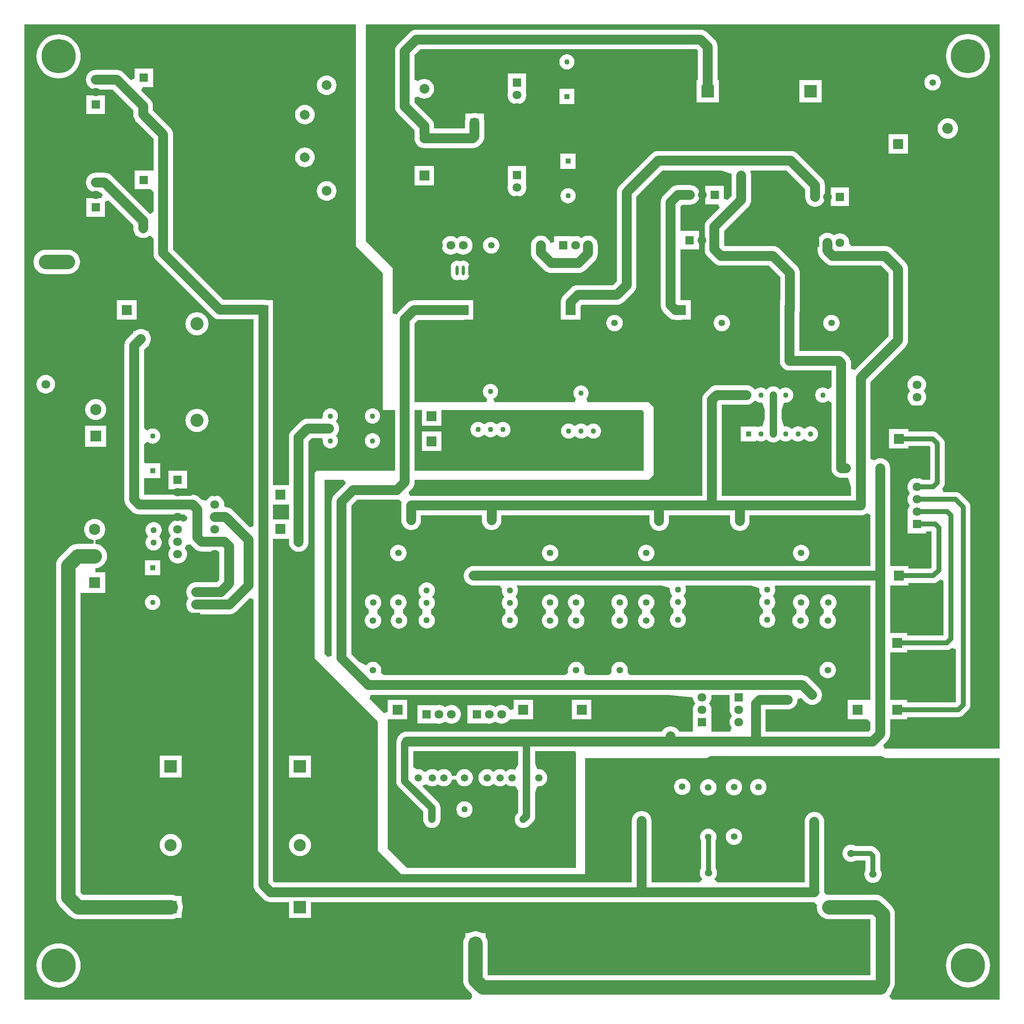
<source format=gbl>
%FSLAX24Y24*%
%MOIN*%
G70*
G01*
G75*
G04 Layer_Physical_Order=2*
G04 Layer_Color=16711680*
%ADD10O,0.0157X0.0906*%
%ADD11R,0.0157X0.0906*%
%ADD12R,0.0252X0.0850*%
%ADD13O,0.0252X0.0850*%
%ADD14R,0.2362X0.3150*%
%ADD15R,0.1083X0.0850*%
%ADD16R,0.0532X0.0472*%
%ADD17R,0.0532X0.0354*%
%ADD18O,0.0866X0.0236*%
%ADD19R,0.0480X0.0358*%
%ADD20R,0.0630X0.0709*%
%ADD21R,0.0709X0.0630*%
%ADD22O,0.0240X0.0800*%
%ADD23C,0.0394*%
%ADD24C,0.0157*%
%ADD25C,0.1969*%
%ADD26C,0.0787*%
%ADD27C,0.0591*%
%ADD28C,0.0236*%
%ADD29C,0.0252*%
%ADD30C,0.0100*%
%ADD31C,0.0276*%
%ADD32C,0.0315*%
%ADD33C,0.1181*%
%ADD34C,0.0709*%
%ADD35R,0.0409X0.2062*%
%ADD36R,0.0285X0.1791*%
%ADD37R,0.0440X0.1575*%
%ADD38R,0.0571X0.1575*%
%ADD39R,0.2325X0.0197*%
%ADD40R,0.1394X0.0989*%
%ADD41R,0.1334X0.0984*%
%ADD42R,0.2987X0.2760*%
%ADD43R,0.1394X0.1772*%
%ADD44R,0.1334X0.4921*%
%ADD45R,0.2866X0.5906*%
%ADD46R,0.2344X0.3937*%
%ADD47R,0.3733X1.1024*%
%ADD48R,0.1969X0.1181*%
%ADD49R,0.1846X0.1575*%
%ADD50R,0.0709X0.0709*%
%ADD51C,0.0709*%
%ADD52O,0.0236X0.0787*%
%ADD53R,0.0236X0.0787*%
%ADD54C,0.0433*%
%ADD55R,0.0433X0.0433*%
%ADD56R,0.0433X0.0433*%
%ADD57R,0.0787X0.0787*%
%ADD58C,0.0787*%
%ADD59C,0.0866*%
%ADD60R,0.0866X0.0866*%
%ADD61R,0.0866X0.0866*%
%ADD62C,0.1063*%
%ADD63C,0.0532*%
%ADD64C,0.0906*%
%ADD65R,0.0906X0.0906*%
%ADD66R,0.0709X0.0709*%
%ADD67C,0.0512*%
%ADD68R,0.0787X0.0787*%
%ADD69C,0.2756*%
%ADD70C,0.0591*%
%ADD71C,0.0984*%
%ADD72R,0.0984X0.0984*%
%ADD73C,0.0500*%
G36*
X178832Y89961D02*
X177557D01*
Y91142D01*
X178832D01*
Y89961D01*
D02*
G37*
G36*
X231690Y84987D02*
Y80584D01*
X228740D01*
Y80778D01*
X227366D01*
Y84609D01*
X228852D01*
Y84803D01*
X230849D01*
X230964Y84814D01*
X230964D01*
X230964Y84814D01*
X230964Y84814D01*
X231076Y84848D01*
X231178Y84903D01*
X231268Y84976D01*
X231399Y85107D01*
X231690Y84987D01*
D02*
G37*
G36*
X184252Y112008D02*
X186417Y109843D01*
Y98768D01*
X187398D01*
Y93878D01*
X181122D01*
X181102Y93898D01*
X180906Y93701D01*
Y78740D01*
X186024Y73622D01*
Y63189D01*
X186024D01*
X187795Y61417D01*
X187913Y61299D01*
X202756D01*
Y65579D01*
Y70669D01*
X236220D01*
Y51181D01*
X227508D01*
X227274Y51466D01*
X227397Y51616D01*
X227489Y51787D01*
X227534Y51936D01*
X227594Y52010D01*
X227685Y52181D01*
X227742Y52366D01*
X227761Y52559D01*
Y58071D01*
X227761Y58071D01*
X227742Y58264D01*
X227685Y58449D01*
X227594Y58620D01*
X227471Y58770D01*
X227471Y58770D01*
X226880Y59361D01*
X226731Y59484D01*
X226560Y59575D01*
X226374Y59631D01*
X226181Y59650D01*
X226181Y59650D01*
X222441D01*
X222248Y59631D01*
X222056Y59843D01*
X222051Y59889D01*
Y65551D01*
X222036Y65706D01*
X221991Y65854D01*
X221918Y65991D01*
X221819Y66111D01*
X221699Y66209D01*
X221563Y66282D01*
X221414Y66327D01*
X221260Y66342D01*
X221105Y66327D01*
X220957Y66282D01*
X220820Y66209D01*
X220700Y66111D01*
X220602Y65991D01*
X220529Y65854D01*
X220484Y65706D01*
X220469Y65551D01*
Y60634D01*
X213431D01*
X213189Y60928D01*
X213275Y61033D01*
X213339Y61152D01*
X213379Y61282D01*
X213392Y61417D01*
X213379Y61552D01*
X213339Y61682D01*
X213293Y61769D01*
Y64055D01*
X213296Y64060D01*
X213333Y64184D01*
X213346Y64313D01*
X213333Y64442D01*
X213296Y64567D01*
X213234Y64681D01*
X213152Y64782D01*
X213051Y64864D01*
X212937Y64925D01*
X212813Y64963D01*
X212683Y64976D01*
X212554Y64963D01*
X212430Y64925D01*
X212315Y64864D01*
X212215Y64782D01*
X212132Y64681D01*
X212071Y64567D01*
X212033Y64442D01*
X212021Y64313D01*
X212033Y64184D01*
X212071Y64060D01*
X212106Y63994D01*
Y61769D01*
X212060Y61682D01*
X212021Y61552D01*
X212008Y61417D01*
X212021Y61282D01*
X212060Y61152D01*
X212124Y61033D01*
X212210Y60928D01*
X211969Y60634D01*
X208105D01*
Y65605D01*
X208089Y65759D01*
X208044Y65908D01*
X207971Y66045D01*
X207873Y66165D01*
X207753Y66263D01*
X207616Y66336D01*
X207468Y66381D01*
X207313Y66396D01*
X207159Y66381D01*
X207011Y66336D01*
X206874Y66263D01*
X206754Y66165D01*
X206656Y66045D01*
X206582Y65908D01*
X206537Y65759D01*
X206522Y65605D01*
Y60634D01*
X177684D01*
X177557Y60761D01*
Y88386D01*
X178832D01*
Y88125D01*
X178847Y87971D01*
X178892Y87822D01*
X178966Y87686D01*
X179064Y87566D01*
X179184Y87467D01*
X179321Y87394D01*
X179469Y87349D01*
X179623Y87334D01*
X179778Y87349D01*
X179926Y87394D01*
X180063Y87467D01*
X180183Y87566D01*
X180281Y87686D01*
X180354Y87822D01*
X180399Y87971D01*
X180415Y88125D01*
Y96244D01*
X180674Y96504D01*
X181510D01*
D01*
X181564Y96295D01*
X181564Y96295D01*
X181564D01*
D01*
D01*
D01*
X181576Y96176D01*
X181611Y96061D01*
X181667Y95955D01*
X181744Y95862D01*
X181836Y95785D01*
X181943Y95729D01*
X182058Y95694D01*
X182177Y95682D01*
X182297Y95694D01*
X182412Y95729D01*
X182518Y95785D01*
X182611Y95862D01*
X182687Y95955D01*
X182744Y96061D01*
X182779Y96176D01*
X182790Y96295D01*
X182779Y96415D01*
X182744Y96530D01*
X182687Y96636D01*
X182622Y96716D01*
X182646Y96736D01*
X182744Y96856D01*
X182818Y96992D01*
X182863Y97141D01*
X182878Y97295D01*
X182863Y97450D01*
X182818Y97598D01*
X182744Y97735D01*
X182646Y97855D01*
X182622Y97875D01*
X182687Y97955D01*
X182744Y98061D01*
X182779Y98176D01*
X182790Y98295D01*
X182779Y98415D01*
X182744Y98530D01*
X182687Y98636D01*
X182611Y98729D01*
X182518Y98805D01*
X182412Y98862D01*
X182297Y98897D01*
X182177Y98908D01*
X182058Y98897D01*
X181943Y98862D01*
X181836Y98805D01*
X181744Y98729D01*
X181667Y98636D01*
X181611Y98530D01*
X181576Y98415D01*
X181564Y98295D01*
D01*
D01*
D01*
X181564Y98295D01*
X181564Y98295D01*
X181510Y98086D01*
X180346D01*
X180192Y98071D01*
X180044Y98026D01*
X179907Y97953D01*
X179787Y97855D01*
X179064Y97132D01*
X178966Y97012D01*
X178892Y96875D01*
X178847Y96727D01*
X178832Y96572D01*
Y92717D01*
X177557D01*
Y106850D01*
X177555Y106870D01*
X177557Y106890D01*
X177554Y106928D01*
Y107638D01*
X177014D01*
X176921Y107666D01*
X176766Y107681D01*
X173556D01*
X169478Y111759D01*
Y121022D01*
X169463Y121176D01*
X169418Y121325D01*
X169345Y121461D01*
X169247Y121581D01*
X167858Y122970D01*
Y123303D01*
X167843Y123458D01*
X167798Y123606D01*
X167725Y123743D01*
X167626Y123863D01*
X166918Y124571D01*
X167038Y124862D01*
X167864D01*
Y126358D01*
X166368D01*
Y125532D01*
X166077Y125412D01*
X165489Y126000D01*
X165369Y126098D01*
X165233Y126171D01*
X165084Y126216D01*
X164930Y126231D01*
X163239D01*
X163084Y126216D01*
X162936Y126171D01*
X162799Y126098D01*
X162679Y126000D01*
X162581Y125880D01*
X162508Y125743D01*
X162463Y125595D01*
X162447Y125440D01*
X162463Y125286D01*
X162508Y125137D01*
X162581Y125001D01*
X162679Y124881D01*
X162799Y124782D01*
X162936Y124709D01*
X163084Y124664D01*
X163239Y124649D01*
X164602D01*
X166276Y122975D01*
Y122642D01*
X166291Y122488D01*
X166336Y122339D01*
X166409Y122203D01*
X166457Y122145D01*
Y122032D01*
X166558D01*
X167896Y120694D01*
Y118107D01*
X167896D01*
X167864D01*
X167673Y118107D01*
X167673Y118107D01*
Y118107D01*
X166368D01*
Y116611D01*
X167673D01*
X167896Y116389D01*
Y114816D01*
X167701Y114656D01*
X167605Y114616D01*
X164520Y117701D01*
X164400Y117800D01*
X164263Y117873D01*
X164115Y117918D01*
X163961Y117933D01*
X163239D01*
X163084Y117918D01*
X162936Y117873D01*
X162799Y117800D01*
X162679Y117701D01*
X162581Y117581D01*
X162508Y117445D01*
X162463Y117296D01*
X162447Y117142D01*
X162463Y116987D01*
X162508Y116839D01*
X162581Y116702D01*
X162679Y116582D01*
X162799Y116484D01*
X162936Y116411D01*
X163084Y116366D01*
X163239Y116351D01*
X163633D01*
X163803Y116181D01*
X163682Y115890D01*
X162491D01*
Y114394D01*
X163987D01*
Y115585D01*
X164094Y115630D01*
D01*
X164094Y115630D01*
D01*
D01*
X164213Y115679D01*
X164213Y115679D01*
X164278Y115706D01*
X166276Y113708D01*
Y113458D01*
X166291Y113304D01*
X166336Y113155D01*
X166409Y113018D01*
X166457Y112960D01*
Y112848D01*
X166569D01*
X166627Y112800D01*
X166764Y112727D01*
X166913Y112682D01*
X167067Y112667D01*
X167221Y112682D01*
X167370Y112727D01*
X167507Y112800D01*
X167565Y112848D01*
X167673D01*
X167896Y112625D01*
Y111431D01*
X167911Y111277D01*
X167956Y111128D01*
X168029Y110991D01*
X168128Y110871D01*
X172669Y106330D01*
X172735Y106276D01*
X172789Y106232D01*
X172926Y106159D01*
X173074Y106114D01*
X173228Y106099D01*
X175975D01*
Y89424D01*
X175684Y89304D01*
X174285Y90702D01*
X174165Y90801D01*
X174029Y90874D01*
X173880Y90919D01*
X173726Y90934D01*
X173597Y90996D01*
X173597D01*
X173612Y91143D01*
X173597Y91290D01*
X173554Y91431D01*
X173485Y91561D01*
X173391Y91674D01*
X173277Y91768D01*
X173147Y91837D01*
X173006Y91880D01*
X172860Y91895D01*
X172713Y91880D01*
X172572Y91837D01*
X172442Y91768D01*
X172328Y91674D01*
X172235Y91561D01*
X172195Y91486D01*
X172052Y91465D01*
X171775Y91549D01*
X171621Y91702D01*
X171501Y91801D01*
X171365Y91874D01*
X171216Y91919D01*
X171062Y91934D01*
X167130D01*
Y93268D01*
X167130D01*
X167219D01*
X167353Y93268D01*
X167353Y93268D01*
Y93268D01*
X168439D01*
Y94488D01*
X167353D01*
X167353Y94488D01*
Y94488D01*
X167219Y94488D01*
X167130Y94577D01*
Y96022D01*
X167324Y96181D01*
X167415Y96224D01*
X167488Y96163D01*
X167594Y96107D01*
X167709Y96072D01*
X167829Y96060D01*
X167949Y96072D01*
X168064Y96107D01*
X168170Y96163D01*
X168263Y96240D01*
X168339Y96333D01*
X168395Y96439D01*
X168430Y96554D01*
X168442Y96673D01*
X168430Y96793D01*
X168395Y96908D01*
X168339Y97014D01*
X168263Y97107D01*
X168170Y97183D01*
X168064Y97240D01*
X167949Y97275D01*
X167829Y97286D01*
X167709Y97275D01*
X167594Y97240D01*
X167488Y97183D01*
X167415Y97123D01*
X167324Y97165D01*
X167130Y97325D01*
Y103649D01*
X167398Y103917D01*
X167500D01*
Y104030D01*
X167548Y104088D01*
X167621Y104225D01*
X167666Y104373D01*
X167681Y104528D01*
X167666Y104682D01*
X167621Y104830D01*
X167548Y104967D01*
X167500Y105025D01*
Y105138D01*
X167387D01*
X167329Y105185D01*
X167193Y105259D01*
X167044Y105304D01*
X166890Y105319D01*
X166735Y105304D01*
X166587Y105259D01*
X166450Y105185D01*
X166392Y105138D01*
X166280D01*
Y105036D01*
X165779Y104536D01*
X165681Y104416D01*
X165608Y104279D01*
X165563Y104131D01*
X165547Y103976D01*
Y91535D01*
X165563Y91381D01*
X165608Y91233D01*
X165681Y91096D01*
X165779Y90976D01*
X166172Y90583D01*
X166292Y90485D01*
X166428Y90412D01*
X166577Y90367D01*
X166731Y90352D01*
X170425D01*
X170631Y90114D01*
X170594Y89863D01*
X170301Y89749D01*
X170277Y89768D01*
X170147Y89837D01*
X170006Y89880D01*
X169860Y89895D01*
X169713Y89880D01*
X169572Y89837D01*
X169442Y89768D01*
X169328Y89674D01*
X169235Y89561D01*
X169165Y89431D01*
X169123Y89290D01*
X169108Y89143D01*
X169123Y88996D01*
X169165Y88855D01*
X169235Y88725D01*
X169303Y88643D01*
X169235Y88561D01*
X169165Y88431D01*
X169123Y88290D01*
X169108Y88143D01*
X169123Y87996D01*
X169165Y87855D01*
X169235Y87725D01*
X169303Y87643D01*
X169235Y87561D01*
X169165Y87431D01*
X169123Y87290D01*
X169108Y87143D01*
X169123Y86996D01*
X169165Y86855D01*
X169235Y86725D01*
X169328Y86611D01*
X169442Y86518D01*
X169572Y86448D01*
X169713Y86406D01*
X169860Y86391D01*
X170006Y86406D01*
X170147Y86448D01*
X170277Y86518D01*
X170391Y86611D01*
X170485Y86725D01*
X170554Y86855D01*
X170597Y86996D01*
X170611Y87143D01*
X170597Y87290D01*
X170554Y87431D01*
X170485Y87561D01*
X170417Y87643D01*
X170485Y87725D01*
X170554Y87855D01*
X170564Y87886D01*
X170872Y87947D01*
X170897Y87917D01*
X171231Y87583D01*
X171351Y87485D01*
X171487Y87412D01*
X171636Y87367D01*
X171790Y87352D01*
X173225D01*
Y85093D01*
X173009Y84878D01*
X171351D01*
X171196Y84863D01*
X171048Y84818D01*
X170911Y84744D01*
X170791Y84646D01*
X170693Y84526D01*
X170620Y84389D01*
X170575Y84241D01*
X170559Y84087D01*
X170575Y83932D01*
X170620Y83784D01*
X170693Y83647D01*
X170742Y83587D01*
X170693Y83526D01*
X170620Y83389D01*
X170575Y83241D01*
X170559Y83087D01*
X170575Y82932D01*
X170620Y82784D01*
X170693Y82647D01*
X170791Y82527D01*
X170911Y82429D01*
X171048Y82356D01*
X171196Y82311D01*
X171351Y82295D01*
X174041D01*
X174195Y82311D01*
X174343Y82356D01*
X174480Y82429D01*
X174600Y82527D01*
X175684Y83611D01*
X175975Y83490D01*
Y60433D01*
X175990Y60279D01*
X176035Y60130D01*
X176108Y59994D01*
X176207Y59874D01*
X176797Y59283D01*
X176917Y59185D01*
X177054Y59112D01*
X177202Y59067D01*
X177357Y59051D01*
X178839D01*
Y57776D01*
X180610D01*
Y59051D01*
X221256D01*
X221467Y58818D01*
X221452Y58661D01*
X221471Y58468D01*
X221527Y58283D01*
X221619Y58112D01*
X221742Y57962D01*
X221891Y57839D01*
X222062Y57748D01*
X222248Y57691D01*
X222441Y57672D01*
X225771D01*
X225783Y57661D01*
Y53154D01*
X194898D01*
X194881Y53171D01*
Y55709D01*
X194862Y55902D01*
X194806Y56087D01*
X194719Y56250D01*
Y56535D01*
X194433D01*
X194270Y56622D01*
X194085Y56679D01*
X193892Y56698D01*
X193699Y56679D01*
X193513Y56622D01*
X193351Y56535D01*
X193065D01*
Y56250D01*
X192978Y56087D01*
X192922Y55902D01*
X192903Y55709D01*
Y52762D01*
X192903Y52762D01*
X192922Y52569D01*
X192978Y52383D01*
X193070Y52212D01*
X193193Y52062D01*
X193624Y51631D01*
X193609Y51317D01*
X193447Y51181D01*
X157480D01*
Y129921D01*
X184252D01*
Y112008D01*
D02*
G37*
G36*
X236220Y71457D02*
X226924D01*
X226804Y71748D01*
X227134Y72078D01*
X227233Y72198D01*
X227306Y72335D01*
X227351Y72483D01*
X227366Y72638D01*
Y73799D01*
X228740D01*
Y73993D01*
X232874D01*
X232990Y74004D01*
X233101Y74038D01*
X233204Y74093D01*
X233294Y74167D01*
X233687Y74560D01*
X233761Y74650D01*
X233816Y74753D01*
X233850Y74864D01*
X233861Y74980D01*
Y90946D01*
X233850Y91062D01*
X233816Y91173D01*
X233761Y91276D01*
X233687Y91366D01*
X233066Y91987D01*
X232977Y92060D01*
X232874Y92115D01*
X232763Y92149D01*
X232647Y92160D01*
X231691D01*
X231570Y92451D01*
X231613Y92494D01*
X231686Y92584D01*
X231741Y92686D01*
X231775Y92798D01*
X231786Y92913D01*
Y96063D01*
X231775Y96179D01*
X231741Y96290D01*
X231686Y96393D01*
X231613Y96483D01*
X231219Y96876D01*
X231129Y96950D01*
X231026Y97005D01*
X230915Y97039D01*
X230799Y97050D01*
X228852D01*
Y97244D01*
X227277D01*
Y95669D01*
X228852D01*
Y95863D01*
X230553D01*
X230599Y95817D01*
Y93160D01*
X229984D01*
X229945Y93192D01*
X229815Y93261D01*
X229674Y93304D01*
X229528Y93319D01*
X229381Y93304D01*
X229240Y93261D01*
X229110Y93192D01*
X228996Y93098D01*
X228903Y92985D01*
X228833Y92855D01*
X228790Y92714D01*
X228776Y92567D01*
X228790Y92420D01*
X228833Y92279D01*
X228903Y92149D01*
X228970Y92067D01*
X228903Y91985D01*
X228833Y91855D01*
X228790Y91714D01*
X228776Y91567D01*
X228790Y91420D01*
X228833Y91279D01*
X228903Y91149D01*
X228970Y91067D01*
X228903Y90985D01*
X228833Y90855D01*
X228790Y90714D01*
X228776Y90567D01*
X228790Y90420D01*
X228810Y90356D01*
X228780Y90315D01*
X228780D01*
Y88819D01*
X230276D01*
Y88974D01*
X230706D01*
Y86092D01*
X230603Y85989D01*
X228852D01*
Y86183D01*
X227366D01*
Y94094D01*
X227351Y94249D01*
X227306Y94397D01*
X227233Y94534D01*
X227134Y94654D01*
X227014Y94752D01*
X226878Y94825D01*
X226729Y94871D01*
X226575Y94886D01*
X226420Y94871D01*
X226272Y94825D01*
X226135Y94752D01*
X226076Y94704D01*
X225791Y94838D01*
Y101050D01*
X228586Y103845D01*
X228685Y103965D01*
X228758Y104102D01*
X228803Y104251D01*
X228803Y104251D01*
X228803Y104251D01*
Y104251D01*
X228818Y104405D01*
Y106850D01*
X228818Y106850D01*
Y110162D01*
D01*
Y110162D01*
X228818D01*
D01*
Y110162D01*
X228818D01*
Y110162D01*
X228818Y110162D01*
X228818Y110162D01*
D01*
X228803Y110316D01*
X228788Y110366D01*
X228788Y110366D01*
X228758Y110465D01*
Y110465D01*
D01*
D01*
D01*
X228758Y110465D01*
X228685Y110602D01*
X228641Y110656D01*
X228586Y110721D01*
X227528Y111780D01*
X227408Y111878D01*
X227271Y111951D01*
X227123Y111996D01*
X226968Y112012D01*
X224269D01*
X224058Y112245D01*
X224062Y112288D01*
X224047Y112435D01*
X224005Y112576D01*
X223935Y112706D01*
X223842Y112820D01*
X223728Y112913D01*
X223598Y112983D01*
X223457Y113025D01*
X223310Y113040D01*
X223164Y113025D01*
X223023Y112983D01*
X222893Y112913D01*
X222841Y112871D01*
X222750Y112946D01*
X222613Y113019D01*
X222465Y113064D01*
X222310Y113079D01*
X222156Y113064D01*
X222007Y113019D01*
X221871Y112946D01*
X221751Y112848D01*
X221652Y112728D01*
X221579Y112591D01*
X221534Y112443D01*
X221519Y112288D01*
Y111636D01*
X221534Y111482D01*
X221534Y111482D01*
X221534D01*
X221579Y111333D01*
X221652Y111197D01*
X221751Y111077D01*
X222167Y110661D01*
X222286Y110563D01*
X222423Y110489D01*
X222572Y110444D01*
X222726Y110429D01*
X226641D01*
X227236Y109834D01*
Y106850D01*
X227236Y106850D01*
Y104733D01*
X224507Y102004D01*
X224216Y102125D01*
Y102559D01*
X224201Y102713D01*
X224156Y102862D01*
X224083Y102999D01*
X223985Y103119D01*
X223788Y103315D01*
X223668Y103414D01*
X223531Y103487D01*
X223383Y103532D01*
X223228Y103547D01*
X220046D01*
Y106625D01*
X220067Y106696D01*
X220083Y106850D01*
Y109843D01*
D01*
Y109843D01*
X220083D01*
D01*
Y109843D01*
X220083D01*
Y109843D01*
X220083Y109843D01*
X220083Y109843D01*
D01*
X220067Y109997D01*
X220052Y110047D01*
X220052Y110047D01*
X220022Y110145D01*
Y110145D01*
D01*
D01*
D01*
X220022Y110145D01*
X219949Y110282D01*
X219851Y110402D01*
X218473Y111780D01*
X218353Y111878D01*
X218216Y111951D01*
X218068Y111996D01*
X217913Y112012D01*
X214030D01*
X213983Y112059D01*
Y113242D01*
X215914Y115173D01*
X215968Y115239D01*
X216012Y115293D01*
X216085Y115429D01*
X216130Y115578D01*
X216146Y115732D01*
Y117707D01*
X216130Y117861D01*
X216085Y118010D01*
X216143Y118106D01*
X219011D01*
X220519Y116599D01*
Y115982D01*
X220534Y115827D01*
X220579Y115679D01*
X220652Y115542D01*
X220751Y115422D01*
X220871Y115324D01*
X221007Y115251D01*
X221156Y115205D01*
X221310Y115190D01*
X221465Y115205D01*
X221613Y115251D01*
X221750Y115324D01*
X221870Y115422D01*
X221968Y115542D01*
X222041Y115679D01*
X222086Y115827D01*
X222101Y115982D01*
Y116927D01*
X222086Y117081D01*
X222041Y117229D01*
X221968Y117366D01*
X221870Y117486D01*
X219899Y119457D01*
X219779Y119556D01*
X219642Y119629D01*
X219494Y119674D01*
X219339Y119689D01*
X208661D01*
X208507Y119674D01*
X208359Y119629D01*
X208222Y119556D01*
X208102Y119457D01*
X205543Y116898D01*
X205444Y116778D01*
X205371Y116641D01*
X205326Y116493D01*
X205311Y116339D01*
Y109186D01*
X204987Y108862D01*
X202165D01*
X202011Y108847D01*
X201863Y108802D01*
X201726Y108729D01*
X201606Y108630D01*
X201015Y108040D01*
X200917Y107920D01*
X200844Y107783D01*
X200800Y107638D01*
X200787D01*
Y107519D01*
X200784Y107480D01*
Y106850D01*
X200787Y106811D01*
Y106063D01*
X201536D01*
X201575Y106059D01*
X201613Y106063D01*
X202362D01*
Y106811D01*
X202366Y106850D01*
Y107153D01*
X202493Y107280D01*
X205315D01*
X205469Y107295D01*
X205618Y107340D01*
X205755Y107413D01*
X205874Y107511D01*
X205874Y107511D01*
X205874Y107511D01*
X206662Y108299D01*
X206760Y108419D01*
X206833Y108555D01*
X206878Y108704D01*
X206878Y108704D01*
X206878Y108704D01*
Y108704D01*
X206894Y108858D01*
Y116011D01*
X208989Y118106D01*
X213771D01*
X214578Y117861D01*
X214563Y117707D01*
Y116060D01*
X214244Y115741D01*
X213953Y115861D01*
Y116890D01*
X212457D01*
Y115394D01*
X213485D01*
X213606Y115103D01*
X212633Y114129D01*
X212534Y114010D01*
X212461Y113873D01*
X212416Y113724D01*
X212401Y113570D01*
Y111731D01*
X212416Y111577D01*
X212416Y111577D01*
X212416D01*
X212461Y111428D01*
X212534Y111292D01*
X212633Y111172D01*
X213143Y110661D01*
X213263Y110563D01*
D01*
D01*
Y110563D01*
X213263Y110563D01*
D01*
D01*
X213263D01*
X213263Y110563D01*
D01*
X213263D01*
Y110563D01*
X213400Y110489D01*
X213548Y110444D01*
X213703Y110429D01*
X217586D01*
X218500Y109515D01*
Y107638D01*
X218467D01*
Y106889D01*
X218464Y106850D01*
Y102792D01*
X218465Y102774D01*
X218464Y102756D01*
X218479Y102602D01*
X218524Y102453D01*
X218597Y102316D01*
X218695Y102196D01*
X218815Y102098D01*
X218952Y102025D01*
X219100Y101980D01*
X219255Y101965D01*
X222634D01*
Y100645D01*
X222424Y100473D01*
X222349Y100437D01*
X222272Y100500D01*
X222166Y100557D01*
X222051Y100592D01*
X221932Y100604D01*
X221812Y100592D01*
X221697Y100557D01*
X221591Y100500D01*
X221498Y100424D01*
X221422Y100331D01*
X221365Y100225D01*
X221330Y100110D01*
X221318Y99990D01*
X221330Y99871D01*
X221365Y99756D01*
X221422Y99650D01*
X221498Y99557D01*
X221591Y99481D01*
X221697Y99424D01*
X221812Y99389D01*
X221932Y99377D01*
X222051Y99389D01*
X222166Y99424D01*
X222272Y99481D01*
X222349Y99544D01*
X222424Y99508D01*
X222634Y99336D01*
Y94094D01*
X222649Y93940D01*
X222694Y93792D01*
X222767Y93655D01*
X222866Y93535D01*
X222986Y93437D01*
X223122Y93364D01*
X223271Y93318D01*
X223425Y93303D01*
X223819D01*
X223973Y93318D01*
X224209Y92542D01*
Y91856D01*
X213783D01*
Y99199D01*
X215777D01*
X215932Y99214D01*
X216080Y99259D01*
X216217Y99333D01*
X216337Y99431D01*
X216435Y99551D01*
X216498Y99557D01*
X216498Y99557D01*
X216591Y99481D01*
X216697Y99424D01*
X216812Y99389D01*
X216932Y99377D01*
X217006Y99385D01*
X217070Y99326D01*
X217239Y98769D01*
Y98072D01*
X217070Y97515D01*
X217006Y97456D01*
X216932Y97464D01*
X216812Y97452D01*
X216697Y97417D01*
X216689Y97413D01*
X216542Y97461D01*
X216542Y97461D01*
D01*
X215321D01*
Y96240D01*
X216542D01*
Y96240D01*
X216550Y96257D01*
X216542Y96240D01*
X216591Y96341D01*
D01*
X216697Y96284D01*
X216812Y96249D01*
X216932Y96237D01*
X217051Y96249D01*
X217166Y96284D01*
X217272Y96341D01*
X217365Y96417D01*
X217442Y96361D01*
Y96361D01*
X217547Y96275D01*
X217667Y96211D01*
X217797Y96171D01*
X217932Y96158D01*
X218067Y96171D01*
X218197Y96211D01*
X218316Y96275D01*
X218421Y96361D01*
Y96361D01*
X218498Y96417D01*
X218591Y96341D01*
X218697Y96284D01*
X218812Y96249D01*
X218932Y96237D01*
X219051Y96249D01*
X219166Y96284D01*
X219272Y96341D01*
X219365Y96417D01*
X219498D01*
X219591Y96341D01*
X219697Y96284D01*
X219812Y96249D01*
X219932Y96237D01*
X220051Y96249D01*
X220166Y96284D01*
X220272Y96341D01*
X220365Y96417D01*
X220498D01*
X220591Y96341D01*
X220697Y96284D01*
X220812Y96249D01*
X220932Y96237D01*
X221051Y96249D01*
X221166Y96284D01*
X221272Y96341D01*
X221365Y96417D01*
X221441Y96510D01*
X221498Y96616D01*
X221533Y96731D01*
X221545Y96850D01*
X221533Y96970D01*
X221498Y97085D01*
X221441Y97191D01*
X221365Y97284D01*
X221272Y97360D01*
X221166Y97417D01*
X221051Y97452D01*
X220932Y97464D01*
X220812Y97452D01*
X220697Y97417D01*
X220591Y97360D01*
X220498Y97284D01*
X220365D01*
X220272Y97360D01*
X220166Y97417D01*
X220051Y97452D01*
X219932Y97464D01*
X219812Y97452D01*
X219697Y97417D01*
X219591Y97360D01*
X219498Y97284D01*
X219365D01*
X219272Y97360D01*
X219166Y97417D01*
X219051Y97452D01*
X218932Y97464D01*
X218857Y97456D01*
X218793Y97515D01*
X218624Y98072D01*
Y98769D01*
X218793Y99326D01*
X218857Y99385D01*
X218932Y99377D01*
X219051Y99389D01*
X219166Y99424D01*
X219272Y99481D01*
X219365Y99557D01*
X219441Y99650D01*
X219498Y99756D01*
X219533Y99871D01*
X219545Y99990D01*
X219533Y100110D01*
X219498Y100225D01*
X219441Y100331D01*
X219365Y100424D01*
X219272Y100500D01*
X219166Y100557D01*
X219051Y100592D01*
X218932Y100604D01*
X218812Y100592D01*
X218697Y100557D01*
X218591Y100500D01*
X218498Y100424D01*
X218421Y100480D01*
Y100480D01*
X218316Y100566D01*
X218197Y100630D01*
X218067Y100669D01*
X217932Y100683D01*
X217797Y100669D01*
X217667Y100630D01*
X217547Y100566D01*
X217442Y100480D01*
Y100480D01*
X217365Y100424D01*
X217272Y100500D01*
X217166Y100557D01*
X217051Y100592D01*
X216932Y100604D01*
X216812Y100592D01*
X216697Y100557D01*
X216591Y100500D01*
X216498Y100424D01*
X216498Y100424D01*
X216435Y100430D01*
X216337Y100550D01*
X216217Y100648D01*
X216080Y100721D01*
X215932Y100766D01*
X215777Y100782D01*
X213376D01*
X213222Y100766D01*
X213073Y100721D01*
X212937Y100648D01*
X212817Y100550D01*
X212433Y100166D01*
X212334Y100046D01*
X212261Y99909D01*
X212216Y99761D01*
X212201Y99606D01*
Y91856D01*
X188703D01*
X188621Y91848D01*
X188486Y92133D01*
X188748Y92396D01*
X188847Y92515D01*
X188920Y92652D01*
X188965Y92801D01*
X188980Y92955D01*
Y93143D01*
X207874D01*
X208235Y93504D01*
X208268D01*
Y99016D01*
X207874Y99409D01*
X202950D01*
X202844Y99706D01*
X202856Y99716D01*
X202932Y99809D01*
X202989Y99915D01*
X203024Y100030D01*
X203036Y100150D01*
X203024Y100269D01*
X202989Y100384D01*
X202932Y100490D01*
X202856Y100583D01*
X202763Y100659D01*
X202657Y100716D01*
X202542Y100751D01*
X202423Y100763D01*
X202303Y100751D01*
X202188Y100716D01*
X202082Y100659D01*
X201989Y100583D01*
X201913Y100490D01*
X201856Y100384D01*
X201821Y100269D01*
X201809Y100150D01*
X201821Y100030D01*
X201856Y99915D01*
X201913Y99809D01*
X201989Y99716D01*
X202001Y99706D01*
X201895Y99409D01*
X195438D01*
X195413Y99507D01*
X195413D01*
X195361Y99715D01*
D01*
X195441Y99758D01*
X195534Y99834D01*
X195611Y99927D01*
X195667Y100033D01*
X195702Y100148D01*
X195714Y100268D01*
X195702Y100387D01*
X195667Y100502D01*
X195611Y100608D01*
X195534Y100701D01*
X195441Y100778D01*
X195335Y100834D01*
X195220Y100869D01*
X195101Y100881D01*
X194981Y100869D01*
X194866Y100834D01*
X194760Y100778D01*
X194667Y100701D01*
X194591Y100608D01*
X194534Y100502D01*
X194499Y100387D01*
X194488Y100268D01*
X194499Y100148D01*
X194534Y100033D01*
X194591Y99927D01*
X194667Y99834D01*
X194760Y99758D01*
X194840Y99715D01*
X194764Y99409D01*
X188980D01*
Y105775D01*
X189264Y106059D01*
X192938D01*
X192977Y106063D01*
X193726D01*
Y106811D01*
X193729Y106850D01*
X193726Y106889D01*
Y107638D01*
X192977D01*
X192938Y107641D01*
X188937D01*
X188782Y107626D01*
X188634Y107581D01*
X188497Y107508D01*
X188377Y107410D01*
X187630Y106662D01*
X187531Y106542D01*
X187510Y106503D01*
X187205Y106579D01*
Y110039D01*
Y110236D01*
Y110236D01*
X185039Y112402D01*
Y129884D01*
X185077Y129921D01*
X236220D01*
Y71457D01*
D02*
G37*
G36*
X207480Y98622D02*
Y93878D01*
X188980D01*
Y98768D01*
X189567D01*
Y97508D01*
X191142D01*
Y98768D01*
X207335D01*
X207480Y98622D01*
D02*
G37*
G36*
X211440Y75586D02*
X211455Y75440D01*
X211498Y75299D01*
X211567Y75169D01*
X211635Y75086D01*
X211567Y75004D01*
X211498Y74874D01*
X211455Y74733D01*
X211440Y74586D01*
X211455Y74440D01*
X211474Y74375D01*
X211444Y74334D01*
X211444D01*
Y72838D01*
D01*
Y72838D01*
X211424Y72818D01*
X210337D01*
X210304Y72881D01*
X210205Y73000D01*
X210085Y73099D01*
X209948Y73172D01*
X209800Y73217D01*
X209646Y73232D01*
X209491Y73217D01*
X209343Y73172D01*
X209206Y73099D01*
X209086Y73000D01*
X208988Y72881D01*
X208955Y72818D01*
X188339D01*
X188185Y72803D01*
X188036Y72758D01*
X187899Y72685D01*
X187780Y72587D01*
X187681Y72467D01*
X187608Y72330D01*
X187563Y72182D01*
X187561Y72164D01*
X187549Y72142D01*
X187540Y72112D01*
X187510Y72012D01*
X187497Y71877D01*
X187497Y71877D01*
X187497D01*
X187497Y71877D01*
X187497D01*
Y68828D01*
X187497Y68828D01*
X187497D01*
X187510Y68693D01*
X187540Y68593D01*
X187549Y68563D01*
X187613Y68444D01*
X187699Y68339D01*
X187699Y68339D01*
X187699Y68339D01*
X189680Y66358D01*
Y65730D01*
X189693Y65595D01*
X189733Y65465D01*
X189797Y65345D01*
X189883Y65240D01*
X189988Y65154D01*
X190107Y65090D01*
X190237Y65051D01*
X190372Y65038D01*
X190508Y65051D01*
X190637Y65090D01*
X190757Y65154D01*
X190862Y65240D01*
X190948Y65345D01*
X191012Y65465D01*
X191051Y65595D01*
X191065Y65730D01*
Y66645D01*
D01*
Y66645D01*
X191065D01*
D01*
Y66645D01*
X191065D01*
Y66645D01*
X191065Y66645D01*
X191065Y66645D01*
D01*
X191051Y66780D01*
X191038Y66823D01*
X191038Y66823D01*
X191026Y66862D01*
Y66862D01*
Y66862D01*
X191021Y66879D01*
X191012Y66910D01*
X190948Y67029D01*
X190862Y67134D01*
X189632Y68364D01*
X189647Y68467D01*
X189941Y68580D01*
X190016Y68519D01*
X190135Y68455D01*
X190265Y68415D01*
X190400Y68402D01*
X190535Y68415D01*
X190665Y68455D01*
X190785Y68519D01*
X190869Y68588D01*
X190954Y68519D01*
X191074Y68455D01*
X191204Y68415D01*
X191339Y68402D01*
X191474Y68415D01*
X191604Y68455D01*
X191723Y68519D01*
X191828Y68605D01*
X191914Y68710D01*
X191978Y68830D01*
X192014Y68947D01*
X192329D01*
X192364Y68830D01*
X192428Y68710D01*
X192514Y68605D01*
X192619Y68519D01*
X192739Y68455D01*
X192869Y68415D01*
X193004Y68402D01*
X193139Y68415D01*
X193269Y68455D01*
X193389Y68519D01*
X193493Y68605D01*
X193580Y68710D01*
X193644Y68830D01*
X193683Y68959D01*
X193696Y69094D01*
X193683Y69230D01*
X193644Y69359D01*
X193580Y69479D01*
X193493Y69584D01*
X193389Y69670D01*
X193269Y69734D01*
X193139Y69774D01*
X193004Y69787D01*
X192869Y69774D01*
X192739Y69734D01*
X192619Y69670D01*
X192514Y69584D01*
X192428Y69479D01*
X192364Y69359D01*
X192329Y69242D01*
X192014D01*
X191978Y69359D01*
X191914Y69479D01*
X191828Y69584D01*
X191723Y69670D01*
X191604Y69734D01*
X191474Y69774D01*
X191339Y69787D01*
X191204Y69774D01*
X191074Y69734D01*
X190954Y69670D01*
X190869Y69601D01*
X190785Y69670D01*
X190665Y69734D01*
X190535Y69774D01*
X190400Y69787D01*
X190265Y69774D01*
X190135Y69734D01*
X190016Y69670D01*
X189911Y69584D01*
X189760D01*
X189655Y69670D01*
X189535Y69734D01*
X189405Y69774D01*
X189270Y69787D01*
X189135Y69774D01*
X189134Y69773D01*
X188886Y69958D01*
X188881Y69966D01*
Y71236D01*
X197330D01*
Y70136D01*
X197151Y69800D01*
X197077Y69746D01*
X196985Y69774D01*
X196850Y69787D01*
X196715Y69774D01*
X196585Y69734D01*
X196466Y69670D01*
X196361Y69584D01*
X196356D01*
X196251Y69670D01*
X196131Y69734D01*
X196001Y69774D01*
X195866Y69787D01*
X195731Y69774D01*
X195601Y69734D01*
X195482Y69670D01*
X195377Y69584D01*
X195322D01*
X195217Y69670D01*
X195097Y69734D01*
X194967Y69774D01*
X194832Y69787D01*
X194697Y69774D01*
X194567Y69734D01*
X194447Y69670D01*
X194343Y69584D01*
X194256Y69479D01*
X194192Y69359D01*
X194153Y69230D01*
X194140Y69094D01*
X194153Y68959D01*
X194192Y68830D01*
X194256Y68710D01*
X194343Y68605D01*
X194447Y68519D01*
X194567Y68455D01*
X194697Y68415D01*
X194832Y68402D01*
X194967Y68415D01*
X195097Y68455D01*
X195217Y68519D01*
X195322Y68605D01*
X195377D01*
X195482Y68519D01*
X195601Y68455D01*
X195731Y68415D01*
X195866Y68402D01*
X196001Y68415D01*
X196131Y68455D01*
X196251Y68519D01*
X196356Y68605D01*
X196361D01*
X196466Y68519D01*
X196585Y68455D01*
X196715Y68415D01*
X196850Y68402D01*
X196985Y68415D01*
X197077Y68443D01*
X197151Y68389D01*
X197330Y68053D01*
Y66279D01*
X197270Y66219D01*
X197184Y66115D01*
X197120Y65995D01*
X197111Y65965D01*
X197081Y65865D01*
X197067Y65730D01*
X197081Y65595D01*
X197111Y65495D01*
X197120Y65465D01*
X197184Y65345D01*
X197270Y65240D01*
X197375Y65154D01*
X197495Y65090D01*
X197525Y65081D01*
X197625Y65051D01*
X197760Y65038D01*
X197895Y65051D01*
X197994Y65081D01*
X198025Y65090D01*
X198144Y65154D01*
X198249Y65240D01*
X198249Y65240D01*
X198249Y65240D01*
X198512Y65503D01*
X198598Y65608D01*
X198662Y65728D01*
X198671Y65758D01*
X198701Y65858D01*
X198715Y65993D01*
Y67916D01*
X198829Y68294D01*
X198948Y68402D01*
X199000Y68397D01*
X199135Y68410D01*
X199265Y68450D01*
X199384Y68514D01*
X199489Y68600D01*
X199575Y68705D01*
X199639Y68824D01*
X199679Y68954D01*
X199692Y69089D01*
X199679Y69224D01*
X199639Y69354D01*
X199575Y69474D01*
X199489Y69579D01*
X199384Y69665D01*
X199265Y69729D01*
X199135Y69768D01*
X199000Y69781D01*
X198948Y69776D01*
X198829Y69884D01*
X198715Y70262D01*
Y71236D01*
X201945D01*
X202016Y71063D01*
X202016D01*
X202016Y71063D01*
Y61811D01*
X188386D01*
X186811Y63386D01*
Y73799D01*
X188386D01*
Y75374D01*
X186811D01*
Y74427D01*
X186520Y74307D01*
X185334Y75493D01*
X185455Y75784D01*
X209436D01*
X211440Y75586D01*
D02*
G37*
G36*
X214409Y74838D02*
X214409D01*
X214440Y74797D01*
X214420Y74733D01*
X214406Y74586D01*
X214420Y74440D01*
X214463Y74299D01*
X214533Y74169D01*
X214600Y74086D01*
X214533Y74004D01*
X214463Y73874D01*
X214420Y73733D01*
X214406Y73586D01*
X214420Y73440D01*
X214463Y73299D01*
X214533Y73169D01*
X214586Y73103D01*
X214478Y72875D01*
X214432Y72818D01*
X212940D01*
Y72838D01*
X212940D01*
Y74334D01*
X212940D01*
X212910Y74375D01*
X212929Y74440D01*
X212944Y74586D01*
X212929Y74733D01*
X212886Y74874D01*
X212817Y75004D01*
X212749Y75086D01*
X212817Y75169D01*
X212886Y75299D01*
X212929Y75440D01*
X212944Y75586D01*
X212929Y75733D01*
X212967Y75784D01*
X214409D01*
Y74838D01*
D02*
G37*
G36*
X187961Y91332D02*
X187927Y91220D01*
X187912Y91065D01*
Y89878D01*
X187927Y89724D01*
X187972Y89575D01*
X188045Y89439D01*
X188144Y89319D01*
X188263Y89220D01*
X188400Y89147D01*
X188549Y89102D01*
X188703Y89087D01*
X188857Y89102D01*
X189006Y89147D01*
X189143Y89220D01*
X189263Y89319D01*
X189361Y89439D01*
X189434Y89575D01*
X189479Y89724D01*
X189494Y89878D01*
Y90274D01*
X194406D01*
Y89876D01*
X194421Y89722D01*
X194466Y89573D01*
X194539Y89436D01*
X194637Y89317D01*
X194757Y89218D01*
X194894Y89145D01*
X195042Y89100D01*
X195197Y89085D01*
X195351Y89100D01*
X195500Y89145D01*
X195636Y89218D01*
X195756Y89317D01*
X195855Y89436D01*
X195928Y89573D01*
X195973Y89722D01*
X195988Y89876D01*
Y90274D01*
X207935D01*
Y89819D01*
X207950Y89665D01*
X207995Y89516D01*
X208068Y89379D01*
X208167Y89259D01*
X208287Y89161D01*
X208423Y89088D01*
X208572Y89043D01*
X208726Y89028D01*
X208881Y89043D01*
X209029Y89088D01*
X209166Y89161D01*
X209286Y89259D01*
X209384Y89379D01*
X209457Y89516D01*
X209502Y89665D01*
X209517Y89819D01*
Y90274D01*
X214443D01*
Y89819D01*
X214458Y89665D01*
X214503Y89516D01*
X214576Y89379D01*
X214675Y89259D01*
X214794Y89161D01*
X214931Y89088D01*
X215080Y89043D01*
X215234Y89028D01*
X215388Y89043D01*
X215537Y89088D01*
X215674Y89161D01*
X215793Y89259D01*
X215892Y89379D01*
X215965Y89516D01*
X216010Y89665D01*
X216025Y89819D01*
Y90274D01*
X225000D01*
X225154Y90289D01*
X225303Y90334D01*
X225440Y90407D01*
X225499Y90456D01*
X225784Y90321D01*
Y86187D01*
X193738D01*
X193584Y86172D01*
X193435Y86127D01*
X193298Y86054D01*
X193178Y85955D01*
X193080Y85836D01*
X193007Y85699D01*
X192962Y85550D01*
X192947Y85396D01*
X192962Y85242D01*
X193007Y85093D01*
X193080Y84956D01*
X193178Y84836D01*
X193298Y84738D01*
X193435Y84665D01*
X193584Y84620D01*
X193738Y84605D01*
X195804D01*
X195872Y84568D01*
X196033Y84352D01*
X196030Y84342D01*
X196017Y84214D01*
X196030Y84087D01*
X196067Y83965D01*
X196127Y83852D01*
X196209Y83753D01*
Y83676D01*
X196127Y83577D01*
X196067Y83464D01*
X196030Y83342D01*
X196017Y83214D01*
X196030Y83087D01*
X196067Y82965D01*
X196127Y82852D01*
X196209Y82753D01*
X196307Y82672D01*
X196321Y82664D01*
Y82349D01*
X196307Y82342D01*
X196209Y82261D01*
X196127Y82162D01*
X196067Y82049D01*
X196030Y81927D01*
X196017Y81799D01*
X196030Y81672D01*
X196067Y81549D01*
X196127Y81437D01*
X196209Y81338D01*
X196307Y81256D01*
X196420Y81196D01*
X196543Y81159D01*
X196670Y81146D01*
X196797Y81159D01*
X196920Y81196D01*
X197033Y81256D01*
X197132Y81338D01*
X197213Y81437D01*
X197273Y81549D01*
X197310Y81672D01*
X197323Y81799D01*
X197310Y81927D01*
X197273Y82049D01*
X197213Y82162D01*
X197132Y82261D01*
X197033Y82342D01*
X197019Y82349D01*
Y82664D01*
X197033Y82672D01*
X197132Y82753D01*
X197213Y82852D01*
X197273Y82965D01*
X197310Y83087D01*
X197323Y83214D01*
X197310Y83342D01*
X197273Y83464D01*
X197213Y83577D01*
X197132Y83676D01*
Y83753D01*
X197213Y83852D01*
X197273Y83965D01*
X197310Y84087D01*
X197323Y84214D01*
X197310Y84342D01*
X197273Y84464D01*
X197213Y84577D01*
X197226Y84605D01*
X208905D01*
X209563Y84405D01*
X209594Y84371D01*
X209583Y84268D01*
X209596Y84140D01*
X209633Y84018D01*
X209693Y83905D01*
X209775Y83806D01*
Y83729D01*
X209693Y83630D01*
X209633Y83518D01*
X209596Y83395D01*
X209583Y83268D01*
X209596Y83140D01*
X209633Y83018D01*
X209693Y82905D01*
X209775Y82806D01*
X209874Y82725D01*
X209889Y82717D01*
Y82402D01*
X209877Y82395D01*
X209778Y82314D01*
X209697Y82215D01*
X209637Y82102D01*
X209600Y81980D01*
X209587Y81853D01*
X209600Y81725D01*
X209637Y81603D01*
X209697Y81490D01*
X209778Y81391D01*
X209877Y81310D01*
X209990Y81249D01*
X210113Y81212D01*
X210240Y81200D01*
X210367Y81212D01*
X210490Y81249D01*
X210603Y81310D01*
X210701Y81391D01*
X210783Y81490D01*
X210843Y81603D01*
X210880Y81725D01*
X210893Y81853D01*
X210880Y81980D01*
X210843Y82102D01*
X210783Y82215D01*
X210701Y82314D01*
X210603Y82395D01*
X210587Y82404D01*
Y82719D01*
X210599Y82725D01*
X210698Y82806D01*
X210779Y82905D01*
X210839Y83018D01*
X210876Y83140D01*
X210889Y83268D01*
X210876Y83395D01*
X210839Y83518D01*
X210779Y83630D01*
X210698Y83729D01*
Y83806D01*
X210779Y83905D01*
X210839Y84018D01*
X210876Y84140D01*
X210889Y84268D01*
X210876Y84395D01*
X210839Y84518D01*
X210892Y84605D01*
X216121D01*
X216780Y84405D01*
X216810Y84371D01*
X216800Y84268D01*
X216812Y84140D01*
X216850Y84018D01*
X216910Y83905D01*
X216991Y83806D01*
Y83729D01*
X216910Y83630D01*
X216850Y83518D01*
X216812Y83395D01*
X216800Y83268D01*
X216812Y83140D01*
X216850Y83018D01*
X216910Y82905D01*
X216991Y82806D01*
X217090Y82725D01*
X217104Y82718D01*
Y82403D01*
X217090Y82395D01*
X216991Y82314D01*
X216910Y82215D01*
X216850Y82102D01*
X216812Y81980D01*
X216800Y81853D01*
X216812Y81725D01*
X216850Y81603D01*
X216910Y81490D01*
X216991Y81391D01*
X217090Y81310D01*
X217203Y81249D01*
X217325Y81212D01*
X217453Y81200D01*
X217580Y81212D01*
X217702Y81249D01*
X217815Y81310D01*
X217914Y81391D01*
X217995Y81490D01*
X218056Y81603D01*
X218093Y81725D01*
X218105Y81853D01*
X218093Y81980D01*
X218056Y82102D01*
X217995Y82215D01*
X217914Y82314D01*
X217815Y82395D01*
X217801Y82403D01*
Y82718D01*
X217815Y82725D01*
X217914Y82806D01*
X217995Y82905D01*
X218056Y83018D01*
X218093Y83140D01*
X218105Y83268D01*
X218093Y83395D01*
X218056Y83518D01*
X217995Y83630D01*
X217914Y83729D01*
Y83806D01*
X217995Y83905D01*
X218056Y84018D01*
X218093Y84140D01*
X218105Y84268D01*
X218093Y84395D01*
X218056Y84518D01*
X218108Y84605D01*
X225784D01*
Y75374D01*
X225520D01*
Y75374D01*
X223945D01*
Y73799D01*
X225520D01*
Y73799D01*
X225561D01*
X225784Y73576D01*
Y72966D01*
X225636Y72818D01*
X217327D01*
Y74602D01*
X219103D01*
X219257Y74618D01*
X219405Y74663D01*
X219542Y74736D01*
X219662Y74834D01*
X219760Y74954D01*
X219834Y75091D01*
X219879Y75239D01*
X219894Y75394D01*
X219892Y75415D01*
X220176Y75549D01*
X220520Y75205D01*
X220640Y75107D01*
X220777Y75034D01*
X220926Y74989D01*
X221080Y74974D01*
X221234Y74989D01*
X221383Y75034D01*
X221519Y75107D01*
X221639Y75205D01*
X221738Y75325D01*
X221811Y75462D01*
X221856Y75610D01*
X221871Y75765D01*
X221856Y75919D01*
X221811Y76068D01*
X221738Y76204D01*
X221639Y76324D01*
X220829Y77134D01*
X220709Y77233D01*
X220573Y77306D01*
X220424Y77351D01*
X220270Y77366D01*
X206459D01*
X206284Y77459D01*
X206166Y77619D01*
X206178Y77660D01*
X206191Y77790D01*
X206178Y77919D01*
X206141Y78043D01*
X206080Y78158D01*
X205997Y78258D01*
X205897Y78341D01*
X205782Y78402D01*
X205658Y78439D01*
X205529Y78452D01*
X205399Y78439D01*
X205275Y78402D01*
X205160Y78341D01*
X205060Y78258D01*
X204978Y78158D01*
X204916Y78043D01*
X204879Y77919D01*
X204866Y77790D01*
X204879Y77660D01*
X204891Y77619D01*
X204773Y77459D01*
X204598Y77366D01*
X202946D01*
X202772Y77459D01*
X202654Y77619D01*
X202666Y77660D01*
X202679Y77790D01*
X202666Y77919D01*
X202628Y78043D01*
X202567Y78158D01*
X202485Y78258D01*
X202384Y78341D01*
X202270Y78402D01*
X202145Y78439D01*
X202016Y78452D01*
X201887Y78439D01*
X201763Y78402D01*
X201648Y78341D01*
X201548Y78258D01*
X201465Y78158D01*
X201404Y78043D01*
X201366Y77919D01*
X201354Y77790D01*
X201366Y77660D01*
X201379Y77619D01*
X201260Y77459D01*
X201086Y77366D01*
X186546D01*
X186372Y77459D01*
X186254Y77619D01*
X186266Y77660D01*
X186279Y77790D01*
X186266Y77919D01*
X186228Y78043D01*
X186167Y78158D01*
X186085Y78258D01*
X185984Y78341D01*
X185870Y78402D01*
X185745Y78439D01*
X185616Y78452D01*
X185487Y78439D01*
X185363Y78402D01*
X185248Y78341D01*
X185148Y78258D01*
X185082Y78178D01*
X185032Y78176D01*
X184436Y78494D01*
X183862Y79068D01*
Y91042D01*
X184351Y91532D01*
X187557D01*
X187711Y91547D01*
X187739Y91555D01*
X187961Y91332D01*
D02*
G37*
G36*
X183377Y92988D02*
X183434Y92852D01*
X182511Y91930D01*
X182413Y91810D01*
X182340Y91673D01*
X182295Y91524D01*
X182280Y91370D01*
Y78959D01*
X181989Y78838D01*
X181693Y79134D01*
X181697Y79138D01*
Y93143D01*
X183250D01*
X183377Y92988D01*
D02*
G37*
G36*
X232674Y79455D02*
Y75226D01*
X232628Y75180D01*
X228740D01*
Y75374D01*
X227366D01*
Y79204D01*
X228740D01*
Y79398D01*
X231960D01*
X232075Y79409D01*
X232187Y79443D01*
X232289Y79498D01*
X232379Y79571D01*
X232383Y79576D01*
X232674Y79455D01*
D02*
G37*
%LPC*%
G36*
X199916Y83897D02*
X199787Y83885D01*
X199663Y83847D01*
X199548Y83786D01*
X199448Y83703D01*
X199365Y83603D01*
X199304Y83488D01*
X199266Y83364D01*
X199254Y83235D01*
X199266Y83105D01*
X199304Y82981D01*
X199365Y82867D01*
X199448Y82766D01*
X199548Y82684D01*
X199574Y82670D01*
Y82355D01*
X199548Y82341D01*
X199448Y82258D01*
X199365Y82158D01*
X199304Y82043D01*
X199266Y81919D01*
X199254Y81790D01*
X199266Y81660D01*
X199304Y81536D01*
X199365Y81421D01*
X199448Y81321D01*
X199548Y81239D01*
X199663Y81177D01*
X199787Y81140D01*
X199916Y81127D01*
X200045Y81140D01*
X200170Y81177D01*
X200284Y81239D01*
X200385Y81321D01*
X200467Y81421D01*
X200528Y81536D01*
X200566Y81660D01*
X200579Y81790D01*
X200566Y81919D01*
X200528Y82043D01*
X200467Y82158D01*
X200385Y82258D01*
X200284Y82341D01*
X200258Y82355D01*
Y82670D01*
X200284Y82684D01*
X200385Y82766D01*
X200467Y82867D01*
X200528Y82981D01*
X200566Y83105D01*
X200579Y83235D01*
X200566Y83364D01*
X200528Y83488D01*
X200467Y83603D01*
X200385Y83703D01*
X200284Y83786D01*
X200170Y83847D01*
X200045Y83885D01*
X199916Y83897D01*
D02*
G37*
G36*
X187666D02*
X187537Y83885D01*
X187413Y83847D01*
X187298Y83786D01*
X187198Y83703D01*
X187115Y83603D01*
X187054Y83488D01*
X187016Y83364D01*
X187004Y83235D01*
X187016Y83105D01*
X187054Y82981D01*
X187115Y82867D01*
X187198Y82766D01*
X187298Y82684D01*
X187349Y82656D01*
Y82341D01*
X187348Y82341D01*
X187248Y82258D01*
X187165Y82158D01*
X187104Y82043D01*
X187066Y81919D01*
X187054Y81790D01*
X187066Y81660D01*
X187104Y81536D01*
X187165Y81421D01*
X187248Y81321D01*
X187348Y81239D01*
X187463Y81177D01*
X187587Y81140D01*
X187716Y81127D01*
X187845Y81140D01*
X187970Y81177D01*
X188084Y81239D01*
X188185Y81321D01*
X188267Y81421D01*
X188328Y81536D01*
X188366Y81660D01*
X188379Y81790D01*
X188366Y81919D01*
X188328Y82043D01*
X188267Y82158D01*
X188185Y82258D01*
X188084Y82341D01*
X188033Y82368D01*
Y82683D01*
X188034Y82684D01*
X188135Y82766D01*
X188217Y82867D01*
X188278Y82981D01*
X188316Y83105D01*
X188329Y83235D01*
X188316Y83364D01*
X188278Y83488D01*
X188217Y83603D01*
X188135Y83703D01*
X188034Y83786D01*
X187920Y83847D01*
X187795Y83885D01*
X187666Y83897D01*
D02*
G37*
G36*
X205529D02*
X205399Y83885D01*
X205275Y83847D01*
X205160Y83786D01*
X205060Y83703D01*
X204978Y83603D01*
X204916Y83488D01*
X204879Y83364D01*
X204866Y83235D01*
X204879Y83105D01*
X204916Y82981D01*
X204978Y82867D01*
X205060Y82766D01*
X205160Y82684D01*
X205187Y82670D01*
Y82355D01*
X205160Y82341D01*
X205060Y82258D01*
X204978Y82158D01*
X204916Y82043D01*
X204879Y81919D01*
X204866Y81790D01*
X204879Y81660D01*
X204916Y81536D01*
X204978Y81421D01*
X205060Y81321D01*
X205160Y81239D01*
X205275Y81177D01*
X205399Y81140D01*
X205529Y81127D01*
X205658Y81140D01*
X205782Y81177D01*
X205897Y81239D01*
X205997Y81321D01*
X206080Y81421D01*
X206141Y81536D01*
X206178Y81660D01*
X206191Y81790D01*
X206178Y81919D01*
X206141Y82043D01*
X206080Y82158D01*
X205997Y82258D01*
X205897Y82341D01*
X205870Y82355D01*
Y82670D01*
X205897Y82684D01*
X205997Y82766D01*
X206080Y82867D01*
X206141Y82981D01*
X206178Y83105D01*
X206191Y83235D01*
X206178Y83364D01*
X206141Y83488D01*
X206080Y83603D01*
X205997Y83703D01*
X205897Y83786D01*
X205782Y83847D01*
X205658Y83885D01*
X205529Y83897D01*
D02*
G37*
G36*
X202016D02*
X201887Y83885D01*
X201763Y83847D01*
X201648Y83786D01*
X201548Y83703D01*
X201465Y83603D01*
X201404Y83488D01*
X201366Y83364D01*
X201354Y83235D01*
X201366Y83105D01*
X201404Y82981D01*
X201465Y82867D01*
X201548Y82766D01*
X201648Y82684D01*
X201674Y82670D01*
Y82355D01*
X201648Y82341D01*
X201548Y82258D01*
X201465Y82158D01*
X201404Y82043D01*
X201366Y81919D01*
X201354Y81790D01*
X201366Y81660D01*
X201404Y81536D01*
X201465Y81421D01*
X201548Y81321D01*
X201648Y81239D01*
X201763Y81177D01*
X201887Y81140D01*
X202016Y81127D01*
X202145Y81140D01*
X202270Y81177D01*
X202384Y81239D01*
X202485Y81321D01*
X202567Y81421D01*
X202628Y81536D01*
X202666Y81660D01*
X202679Y81790D01*
X202666Y81919D01*
X202628Y82043D01*
X202567Y82158D01*
X202485Y82258D01*
X202384Y82341D01*
X202358Y82355D01*
Y82670D01*
X202384Y82684D01*
X202485Y82766D01*
X202567Y82867D01*
X202628Y82981D01*
X202666Y83105D01*
X202679Y83235D01*
X202666Y83364D01*
X202628Y83488D01*
X202567Y83603D01*
X202485Y83703D01*
X202384Y83786D01*
X202270Y83847D01*
X202145Y83885D01*
X202016Y83897D01*
D02*
G37*
G36*
X185630D02*
X185501Y83885D01*
X185376Y83847D01*
X185262Y83786D01*
X185161Y83703D01*
X185079Y83603D01*
X185018Y83488D01*
X184980Y83364D01*
X184967Y83235D01*
X184980Y83105D01*
X185018Y82981D01*
X185079Y82867D01*
X185161Y82766D01*
X185262Y82684D01*
X185281Y82673D01*
Y82358D01*
X185248Y82341D01*
X185148Y82258D01*
X185065Y82158D01*
X185004Y82043D01*
X184966Y81919D01*
X184954Y81790D01*
X184966Y81660D01*
X185004Y81536D01*
X185065Y81421D01*
X185148Y81321D01*
X185248Y81239D01*
X185363Y81177D01*
X185487Y81140D01*
X185616Y81127D01*
X185745Y81140D01*
X185870Y81177D01*
X185984Y81239D01*
X186085Y81321D01*
X186167Y81421D01*
X186228Y81536D01*
X186266Y81660D01*
X186279Y81790D01*
X186266Y81919D01*
X186228Y82043D01*
X186167Y82158D01*
X186085Y82258D01*
X185984Y82341D01*
X185965Y82351D01*
Y82666D01*
X185998Y82684D01*
X186098Y82766D01*
X186181Y82867D01*
X186242Y82981D01*
X186280Y83105D01*
X186293Y83235D01*
X186280Y83364D01*
X186242Y83488D01*
X186181Y83603D01*
X186098Y83703D01*
X185998Y83786D01*
X185884Y83847D01*
X185759Y83885D01*
X185630Y83897D01*
D02*
G37*
G36*
X230799Y125890D02*
X230670Y125877D01*
X230546Y125840D01*
X230431Y125779D01*
X230331Y125696D01*
X230248Y125596D01*
X230187Y125481D01*
X230149Y125357D01*
X230137Y125228D01*
X230149Y125098D01*
X230187Y124974D01*
X230248Y124859D01*
X230331Y124759D01*
X230431Y124677D01*
X230546Y124615D01*
X230670Y124578D01*
X230799Y124565D01*
X230928Y124578D01*
X231053Y124615D01*
X231167Y124677D01*
X231268Y124759D01*
X231350Y124859D01*
X231411Y124974D01*
X231449Y125098D01*
X231462Y125228D01*
X231449Y125357D01*
X231411Y125481D01*
X231350Y125596D01*
X231268Y125696D01*
X231167Y125779D01*
X231053Y125840D01*
X230928Y125877D01*
X230799Y125890D01*
D02*
G37*
G36*
X160236Y129107D02*
X160004Y129091D01*
X159777Y129046D01*
X159557Y128971D01*
X159348Y128869D01*
X159155Y128740D01*
X158981Y128587D01*
X158828Y128412D01*
X158699Y128219D01*
X158596Y128011D01*
X158521Y127791D01*
X158476Y127563D01*
X158461Y127331D01*
X158476Y127099D01*
X158521Y126872D01*
X158596Y126652D01*
X158699Y126443D01*
X158828Y126250D01*
X158981Y126076D01*
X159155Y125923D01*
X159348Y125794D01*
X159557Y125691D01*
X159777Y125616D01*
X160004Y125571D01*
X160236Y125556D01*
X160468Y125571D01*
X160696Y125616D01*
X160916Y125691D01*
X161124Y125794D01*
X161317Y125923D01*
X161492Y126076D01*
X161645Y126250D01*
X161774Y126443D01*
X161877Y126652D01*
X161951Y126872D01*
X161996Y127099D01*
X162012Y127331D01*
X161996Y127563D01*
X161951Y127791D01*
X161877Y128011D01*
X161774Y128219D01*
X161645Y128412D01*
X161492Y128587D01*
X161317Y128740D01*
X161124Y128869D01*
X160916Y128971D01*
X160696Y129046D01*
X160468Y129091D01*
X160236Y129107D01*
D02*
G37*
G36*
X181884Y125788D02*
X181729Y125773D01*
X181581Y125728D01*
X181444Y125655D01*
X181324Y125557D01*
X181226Y125437D01*
X181153Y125300D01*
X181108Y125151D01*
X181093Y124997D01*
X181108Y124843D01*
X181153Y124694D01*
X181226Y124558D01*
X181324Y124438D01*
X181444Y124339D01*
X181581Y124266D01*
X181729Y124221D01*
X181884Y124206D01*
X182038Y124221D01*
X182187Y124266D01*
X182323Y124339D01*
X182443Y124438D01*
X182542Y124558D01*
X182615Y124694D01*
X182660Y124843D01*
X182675Y124997D01*
X182660Y125151D01*
X182615Y125300D01*
X182542Y125437D01*
X182443Y125557D01*
X182323Y125655D01*
X182187Y125728D01*
X182038Y125773D01*
X181884Y125788D01*
D02*
G37*
G36*
X222332Y78452D02*
X222203Y78439D01*
X222079Y78402D01*
X221964Y78341D01*
X221864Y78258D01*
X221781Y78158D01*
X221720Y78043D01*
X221682Y77919D01*
X221670Y77790D01*
X221682Y77660D01*
X221720Y77536D01*
X221781Y77421D01*
X221864Y77321D01*
X221964Y77239D01*
X222079Y77177D01*
X222203Y77140D01*
X222332Y77127D01*
X222462Y77140D01*
X222586Y77177D01*
X222700Y77239D01*
X222801Y77321D01*
X222883Y77421D01*
X222944Y77536D01*
X222982Y77660D01*
X222995Y77790D01*
X222982Y77919D01*
X222944Y78043D01*
X222883Y78158D01*
X222801Y78258D01*
X222700Y78341D01*
X222586Y78402D01*
X222462Y78439D01*
X222332Y78452D01*
D02*
G37*
G36*
X207679Y83897D02*
X207549Y83885D01*
X207425Y83847D01*
X207310Y83786D01*
X207210Y83703D01*
X207128Y83603D01*
X207066Y83488D01*
X207029Y83364D01*
X207016Y83235D01*
X207029Y83105D01*
X207066Y82981D01*
X207128Y82867D01*
X207210Y82766D01*
X207310Y82684D01*
X207337Y82670D01*
Y82355D01*
X207310Y82341D01*
X207210Y82258D01*
X207128Y82158D01*
X207066Y82043D01*
X207029Y81919D01*
X207016Y81790D01*
X207029Y81660D01*
X207066Y81536D01*
X207128Y81421D01*
X207210Y81321D01*
X207310Y81239D01*
X207425Y81177D01*
X207549Y81140D01*
X207679Y81127D01*
X207808Y81140D01*
X207932Y81177D01*
X208047Y81239D01*
X208147Y81321D01*
X208230Y81421D01*
X208291Y81536D01*
X208328Y81660D01*
X208341Y81790D01*
X208328Y81919D01*
X208291Y82043D01*
X208230Y82158D01*
X208147Y82258D01*
X208047Y82341D01*
X208020Y82355D01*
Y82670D01*
X208047Y82684D01*
X208147Y82766D01*
X208230Y82867D01*
X208291Y82981D01*
X208328Y83105D01*
X208341Y83235D01*
X208328Y83364D01*
X208291Y83488D01*
X208230Y83603D01*
X208147Y83703D01*
X208047Y83786D01*
X207932Y83847D01*
X207808Y83885D01*
X207679Y83897D01*
D02*
G37*
G36*
X187666Y87897D02*
X187537Y87885D01*
X187413Y87847D01*
X187298Y87786D01*
X187198Y87703D01*
X187115Y87603D01*
X187054Y87488D01*
X187016Y87364D01*
X187004Y87235D01*
X187016Y87105D01*
X187054Y86981D01*
X187115Y86867D01*
X187198Y86766D01*
X187298Y86684D01*
X187413Y86622D01*
X187537Y86585D01*
X187666Y86572D01*
X187795Y86585D01*
X187920Y86622D01*
X188034Y86684D01*
X188135Y86766D01*
X188217Y86867D01*
X188278Y86981D01*
X188316Y87105D01*
X188329Y87235D01*
X188316Y87364D01*
X188278Y87488D01*
X188217Y87603D01*
X188135Y87703D01*
X188034Y87786D01*
X187920Y87847D01*
X187795Y87885D01*
X187666Y87897D01*
D02*
G37*
G36*
X168439Y86654D02*
X167219D01*
Y85433D01*
X168439D01*
Y86654D01*
D02*
G37*
G36*
X207679Y87897D02*
X207549Y87885D01*
X207425Y87847D01*
X207310Y87786D01*
X207210Y87703D01*
X207128Y87603D01*
X207066Y87488D01*
X207029Y87364D01*
X207016Y87235D01*
X207029Y87105D01*
X207066Y86981D01*
X207128Y86867D01*
X207210Y86766D01*
X207310Y86684D01*
X207425Y86622D01*
X207549Y86585D01*
X207679Y86572D01*
X207808Y86585D01*
X207932Y86622D01*
X208047Y86684D01*
X208147Y86766D01*
X208230Y86867D01*
X208291Y86981D01*
X208328Y87105D01*
X208341Y87235D01*
X208328Y87364D01*
X208291Y87488D01*
X208230Y87603D01*
X208147Y87703D01*
X208047Y87786D01*
X207932Y87847D01*
X207808Y87885D01*
X207679Y87897D01*
D02*
G37*
G36*
X199916D02*
X199787Y87885D01*
X199663Y87847D01*
X199548Y87786D01*
X199448Y87703D01*
X199365Y87603D01*
X199304Y87488D01*
X199266Y87364D01*
X199254Y87235D01*
X199266Y87105D01*
X199304Y86981D01*
X199365Y86867D01*
X199448Y86766D01*
X199548Y86684D01*
X199663Y86622D01*
X199787Y86585D01*
X199916Y86572D01*
X200045Y86585D01*
X200170Y86622D01*
X200284Y86684D01*
X200385Y86766D01*
X200467Y86867D01*
X200528Y86981D01*
X200566Y87105D01*
X200579Y87235D01*
X200566Y87364D01*
X200528Y87488D01*
X200467Y87603D01*
X200385Y87703D01*
X200284Y87786D01*
X200170Y87847D01*
X200045Y87885D01*
X199916Y87897D01*
D02*
G37*
G36*
X221828Y125399D02*
X220056D01*
Y123628D01*
X221828D01*
Y125399D01*
D02*
G37*
G36*
X222382Y83897D02*
X222253Y83885D01*
X222129Y83847D01*
X222014Y83786D01*
X221914Y83703D01*
X221831Y83603D01*
X221770Y83488D01*
X221732Y83364D01*
X221720Y83235D01*
X221732Y83105D01*
X221770Y82981D01*
X221831Y82867D01*
X221914Y82766D01*
X222014Y82684D01*
X222015Y82683D01*
Y82368D01*
X221964Y82341D01*
X221864Y82258D01*
X221781Y82158D01*
X221720Y82043D01*
X221682Y81919D01*
X221670Y81790D01*
X221682Y81660D01*
X221720Y81536D01*
X221781Y81421D01*
X221864Y81321D01*
X221964Y81239D01*
X222079Y81177D01*
X222203Y81140D01*
X222332Y81127D01*
X222462Y81140D01*
X222586Y81177D01*
X222700Y81239D01*
X222801Y81321D01*
X222883Y81421D01*
X222944Y81536D01*
X222982Y81660D01*
X222995Y81790D01*
X222982Y81919D01*
X222944Y82043D01*
X222883Y82158D01*
X222801Y82258D01*
X222700Y82341D01*
X222699Y82341D01*
Y82656D01*
X222750Y82684D01*
X222851Y82766D01*
X222933Y82867D01*
X222994Y82981D01*
X223032Y83105D01*
X223045Y83235D01*
X223032Y83364D01*
X222994Y83488D01*
X222933Y83603D01*
X222851Y83703D01*
X222750Y83786D01*
X222636Y83847D01*
X222512Y83885D01*
X222382Y83897D01*
D02*
G37*
G36*
X220182D02*
X220053Y83885D01*
X219929Y83847D01*
X219814Y83786D01*
X219714Y83703D01*
X219631Y83603D01*
X219570Y83488D01*
X219532Y83364D01*
X219520Y83235D01*
X219532Y83105D01*
X219570Y82981D01*
X219631Y82867D01*
X219714Y82766D01*
X219814Y82684D01*
X219816Y82683D01*
Y82368D01*
X219764Y82341D01*
X219664Y82258D01*
X219581Y82158D01*
X219520Y82043D01*
X219482Y81919D01*
X219470Y81790D01*
X219482Y81660D01*
X219520Y81536D01*
X219581Y81421D01*
X219664Y81321D01*
X219764Y81239D01*
X219879Y81177D01*
X220003Y81140D01*
X220132Y81127D01*
X220262Y81140D01*
X220386Y81177D01*
X220500Y81239D01*
X220601Y81321D01*
X220683Y81421D01*
X220744Y81536D01*
X220782Y81660D01*
X220795Y81790D01*
X220782Y81919D01*
X220744Y82043D01*
X220683Y82158D01*
X220601Y82258D01*
X220500Y82341D01*
X220499Y82341D01*
Y82656D01*
X220550Y82684D01*
X220651Y82766D01*
X220733Y82867D01*
X220794Y82981D01*
X220832Y83105D01*
X220845Y83235D01*
X220832Y83364D01*
X220794Y83488D01*
X220733Y83603D01*
X220651Y83703D01*
X220550Y83786D01*
X220436Y83847D01*
X220312Y83885D01*
X220182Y83897D01*
D02*
G37*
G36*
X167829Y83861D02*
X167709Y83849D01*
X167594Y83815D01*
X167488Y83758D01*
X167395Y83682D01*
X167319Y83589D01*
X167262Y83483D01*
X167227Y83368D01*
X167216Y83248D01*
X167227Y83128D01*
X167262Y83013D01*
X167319Y82907D01*
X167395Y82814D01*
X167488Y82738D01*
X167594Y82682D01*
X167709Y82647D01*
X167829Y82635D01*
X167949Y82647D01*
X168064Y82682D01*
X168170Y82738D01*
X168263Y82814D01*
X168339Y82907D01*
X168395Y83013D01*
X168430Y83128D01*
X168442Y83248D01*
X168430Y83368D01*
X168395Y83483D01*
X168339Y83589D01*
X168263Y83682D01*
X168170Y83758D01*
X168064Y83815D01*
X167949Y83849D01*
X167829Y83861D01*
D02*
G37*
G36*
X189961Y84867D02*
X189833Y84855D01*
X189711Y84817D01*
X189598Y84757D01*
X189499Y84676D01*
X189418Y84577D01*
X189358Y84464D01*
X189320Y84342D01*
X189308Y84214D01*
X189320Y84087D01*
X189358Y83965D01*
X189418Y83852D01*
X189499Y83753D01*
Y83676D01*
X189418Y83577D01*
X189358Y83464D01*
X189320Y83342D01*
X189308Y83214D01*
X189320Y83087D01*
X189358Y82965D01*
X189418Y82852D01*
X189499Y82753D01*
X189598Y82672D01*
X189612Y82664D01*
Y82349D01*
X189598Y82342D01*
X189499Y82261D01*
X189418Y82162D01*
X189358Y82049D01*
X189320Y81927D01*
X189308Y81799D01*
X189320Y81672D01*
X189358Y81549D01*
X189418Y81437D01*
X189499Y81338D01*
X189598Y81256D01*
X189711Y81196D01*
X189833Y81159D01*
X189961Y81146D01*
X190088Y81159D01*
X190210Y81196D01*
X190323Y81256D01*
X190422Y81338D01*
X190503Y81437D01*
X190564Y81549D01*
X190601Y81672D01*
X190613Y81799D01*
X190601Y81927D01*
X190564Y82049D01*
X190503Y82162D01*
X190422Y82261D01*
X190323Y82342D01*
X190310Y82349D01*
Y82664D01*
X190323Y82672D01*
X190422Y82753D01*
X190503Y82852D01*
X190564Y82965D01*
X190601Y83087D01*
X190613Y83214D01*
X190601Y83342D01*
X190564Y83464D01*
X190503Y83577D01*
X190422Y83676D01*
Y83753D01*
X190503Y83852D01*
X190564Y83965D01*
X190601Y84087D01*
X190613Y84214D01*
X190601Y84342D01*
X190564Y84464D01*
X190503Y84577D01*
X190422Y84676D01*
X190323Y84757D01*
X190210Y84817D01*
X190088Y84855D01*
X189961Y84867D01*
D02*
G37*
G36*
X214764Y65001D02*
X214634Y64988D01*
X214510Y64951D01*
X214396Y64890D01*
X214295Y64807D01*
X214213Y64707D01*
X214152Y64592D01*
X214114Y64468D01*
X214101Y64339D01*
X214114Y64209D01*
X214152Y64085D01*
X214213Y63970D01*
X214295Y63870D01*
X214396Y63788D01*
X214510Y63726D01*
X214634Y63689D01*
X214764Y63676D01*
X214893Y63689D01*
X215017Y63726D01*
X215132Y63788D01*
X215232Y63870D01*
X215315Y63970D01*
X215376Y64085D01*
X215414Y64209D01*
X215426Y64339D01*
X215414Y64468D01*
X215376Y64592D01*
X215315Y64707D01*
X215232Y64807D01*
X215132Y64890D01*
X215017Y64951D01*
X214893Y64988D01*
X214764Y65001D01*
D02*
G37*
G36*
X179724Y64552D02*
X179551Y64534D01*
X179384Y64484D01*
X179230Y64402D01*
X179095Y64291D01*
X178984Y64156D01*
X178902Y64002D01*
X178851Y63835D01*
X178834Y63661D01*
X178851Y63488D01*
X178902Y63321D01*
X178984Y63167D01*
X179095Y63032D01*
X179230Y62921D01*
X179384Y62839D01*
X179551Y62788D01*
X179724Y62771D01*
X179898Y62788D01*
X180065Y62839D01*
X180219Y62921D01*
X180354Y63032D01*
X180465Y63167D01*
X180547Y63321D01*
X180597Y63488D01*
X180615Y63661D01*
X180597Y63835D01*
X180547Y64002D01*
X180465Y64156D01*
X180354Y64291D01*
X180219Y64402D01*
X180065Y64484D01*
X179898Y64534D01*
X179724Y64552D01*
D02*
G37*
G36*
X212683Y68976D02*
X212554Y68963D01*
X212430Y68925D01*
X212315Y68864D01*
X212215Y68782D01*
X212132Y68681D01*
X212071Y68567D01*
X212033Y68442D01*
X212021Y68313D01*
X212033Y68184D01*
X212071Y68060D01*
X212132Y67945D01*
X212215Y67845D01*
X212315Y67762D01*
X212430Y67701D01*
X212554Y67663D01*
X212683Y67651D01*
X212813Y67663D01*
X212937Y67701D01*
X213051Y67762D01*
X213152Y67845D01*
X213234Y67945D01*
X213296Y68060D01*
X213333Y68184D01*
X213346Y68313D01*
X213333Y68442D01*
X213296Y68567D01*
X213234Y68681D01*
X213152Y68782D01*
X213051Y68864D01*
X212937Y68925D01*
X212813Y68963D01*
X212683Y68976D01*
D02*
G37*
G36*
X193004Y67188D02*
X192877Y67176D01*
X192754Y67138D01*
X192641Y67078D01*
X192542Y66997D01*
X192461Y66898D01*
X192401Y66785D01*
X192364Y66663D01*
X192351Y66535D01*
X192364Y66408D01*
X192401Y66286D01*
X192461Y66173D01*
X192542Y66074D01*
X192641Y65993D01*
X192754Y65932D01*
X192877Y65895D01*
X193004Y65883D01*
X193131Y65895D01*
X193254Y65932D01*
X193367Y65993D01*
X193465Y66074D01*
X193547Y66173D01*
X193607Y66286D01*
X193644Y66408D01*
X193657Y66535D01*
X193644Y66663D01*
X193607Y66785D01*
X193547Y66898D01*
X193465Y66997D01*
X193367Y67078D01*
X193254Y67138D01*
X193131Y67176D01*
X193004Y67188D01*
D02*
G37*
G36*
X169291Y64552D02*
X169118Y64534D01*
X168951Y64484D01*
X168797Y64402D01*
X168662Y64291D01*
X168551Y64156D01*
X168469Y64002D01*
X168418Y63835D01*
X168401Y63661D01*
X168418Y63488D01*
X168469Y63321D01*
X168551Y63167D01*
X168662Y63032D01*
X168797Y62921D01*
X168951Y62839D01*
X169118Y62788D01*
X169291Y62771D01*
X169465Y62788D01*
X169632Y62839D01*
X169786Y62921D01*
X169921Y63032D01*
X170031Y63167D01*
X170114Y63321D01*
X170164Y63488D01*
X170181Y63661D01*
X170164Y63835D01*
X170114Y64002D01*
X170031Y64156D01*
X169921Y64291D01*
X169786Y64402D01*
X169632Y64484D01*
X169465Y64534D01*
X169291Y64552D01*
D02*
G37*
G36*
X233661Y55712D02*
X233430Y55697D01*
X233202Y55652D01*
X232982Y55577D01*
X232774Y55475D01*
X232581Y55346D01*
X232406Y55192D01*
X232253Y55018D01*
X232124Y54825D01*
X232021Y54616D01*
X231946Y54397D01*
X231901Y54169D01*
X231886Y53937D01*
X231901Y53705D01*
X231946Y53477D01*
X232021Y53258D01*
X232124Y53049D01*
X232253Y52856D01*
X232406Y52682D01*
X232581Y52528D01*
X232774Y52399D01*
X232982Y52297D01*
X233202Y52222D01*
X233430Y52177D01*
X233661Y52162D01*
X233893Y52177D01*
X234121Y52222D01*
X234341Y52297D01*
X234549Y52399D01*
X234742Y52528D01*
X234917Y52682D01*
X235070Y52856D01*
X235199Y53049D01*
X235302Y53258D01*
X235376Y53477D01*
X235422Y53705D01*
X235437Y53937D01*
X235422Y54169D01*
X235376Y54397D01*
X235302Y54616D01*
X235199Y54825D01*
X235070Y55018D01*
X234917Y55192D01*
X234742Y55346D01*
X234549Y55475D01*
X234341Y55577D01*
X234121Y55652D01*
X233893Y55697D01*
X233661Y55712D01*
D02*
G37*
G36*
X160236D02*
X160004Y55697D01*
X159777Y55652D01*
X159557Y55577D01*
X159348Y55475D01*
X159155Y55346D01*
X158981Y55192D01*
X158828Y55018D01*
X158699Y54825D01*
X158596Y54616D01*
X158521Y54397D01*
X158476Y54169D01*
X158461Y53937D01*
X158476Y53705D01*
X158521Y53477D01*
X158596Y53258D01*
X158699Y53049D01*
X158828Y52856D01*
X158981Y52682D01*
X159155Y52528D01*
X159348Y52399D01*
X159557Y52297D01*
X159777Y52222D01*
X160004Y52177D01*
X160236Y52162D01*
X160468Y52177D01*
X160696Y52222D01*
X160916Y52297D01*
X161124Y52399D01*
X161317Y52528D01*
X161492Y52682D01*
X161645Y52856D01*
X161774Y53049D01*
X161877Y53258D01*
X161951Y53477D01*
X161996Y53705D01*
X162012Y53937D01*
X161996Y54169D01*
X161951Y54397D01*
X161877Y54616D01*
X161774Y54825D01*
X161645Y55018D01*
X161492Y55192D01*
X161317Y55346D01*
X161124Y55475D01*
X160916Y55577D01*
X160696Y55652D01*
X160468Y55697D01*
X160236Y55712D01*
D02*
G37*
G36*
X224213Y63684D02*
X224078Y63671D01*
X223948Y63632D01*
X223828Y63568D01*
X223723Y63482D01*
X223637Y63377D01*
X223573Y63257D01*
X223534Y63127D01*
X223520Y62992D01*
X223534Y62857D01*
X223573Y62727D01*
X223637Y62607D01*
X223723Y62503D01*
X223828Y62416D01*
X223948Y62353D01*
X224078Y62313D01*
X224213Y62300D01*
X224348Y62313D01*
X224478Y62353D01*
X224564Y62399D01*
X225391D01*
Y61651D01*
X225345Y61564D01*
X225305Y61434D01*
X225292Y61299D01*
X225305Y61164D01*
X225345Y61034D01*
X225409Y60915D01*
X225495Y60810D01*
X225600Y60724D01*
X225719Y60660D01*
X225849Y60620D01*
X225984Y60607D01*
X226119Y60620D01*
X226249Y60660D01*
X226369Y60724D01*
X226474Y60810D01*
X226560Y60915D01*
X226624Y61034D01*
X226663Y61164D01*
X226677Y61299D01*
X226663Y61434D01*
X226624Y61564D01*
X226578Y61651D01*
Y62795D01*
X226566Y62911D01*
X226532Y63022D01*
X226478Y63125D01*
X226404Y63215D01*
X226207Y63412D01*
X226117Y63486D01*
X226014Y63540D01*
X225903Y63574D01*
X225787Y63586D01*
X224564D01*
X224478Y63632D01*
X224348Y63671D01*
X224213Y63684D01*
D02*
G37*
G36*
X163160Y89984D02*
X162994Y89968D01*
X162834Y89920D01*
X162687Y89841D01*
X162558Y89735D01*
X162453Y89606D01*
X162374Y89459D01*
X162326Y89300D01*
X162309Y89134D01*
X162326Y88968D01*
X162374Y88808D01*
X162453Y88661D01*
X162558Y88532D01*
X162687Y88427D01*
X162834Y88348D01*
X162994Y88300D01*
X163074Y88292D01*
X163063Y88079D01*
X163058Y87977D01*
X161791D01*
X161598Y87958D01*
X161413Y87902D01*
X161242Y87811D01*
X161092Y87688D01*
X161092Y87688D01*
X160324Y86920D01*
X160201Y86770D01*
X160110Y86599D01*
X160054Y86413D01*
X160035Y86220D01*
X160035Y86220D01*
Y59449D01*
X160035Y59449D01*
X160054Y59256D01*
X160110Y59070D01*
X160201Y58899D01*
X160324Y58749D01*
X161112Y57962D01*
X161112Y57962D01*
X161262Y57839D01*
X161433Y57748D01*
X161618Y57691D01*
X161811Y57672D01*
X161811Y57672D01*
X169291D01*
X169484Y57691D01*
X169670Y57748D01*
X169722Y57776D01*
X170177D01*
Y58231D01*
X170205Y58283D01*
X170261Y58468D01*
X170280Y58661D01*
X170261Y58854D01*
X170205Y59040D01*
X170177Y59092D01*
Y59547D01*
X169722D01*
X169670Y59575D01*
X169484Y59631D01*
X169291Y59650D01*
X162221D01*
X162013Y59858D01*
Y83996D01*
X162313D01*
Y83996D01*
X164006D01*
Y85689D01*
X163220D01*
X163204Y86004D01*
X163353Y86018D01*
X163538Y86074D01*
X163709Y86166D01*
X163859Y86289D01*
X163982Y86439D01*
X164074Y86610D01*
X164130Y86795D01*
X164149Y86988D01*
X164130Y87181D01*
X164074Y87367D01*
X163982Y87538D01*
X163859Y87688D01*
X163709Y87811D01*
X163538Y87902D01*
X163353Y87958D01*
X163205Y87973D01*
X163205Y88288D01*
Y88288D01*
Y88288D01*
X163326Y88300D01*
X163485Y88348D01*
X163632Y88427D01*
X163761Y88532D01*
X163867Y88661D01*
X163946Y88808D01*
X163994Y88968D01*
X164010Y89134D01*
X163994Y89300D01*
X163946Y89459D01*
X163867Y89606D01*
X163761Y89735D01*
X163632Y89841D01*
X163485Y89920D01*
X163326Y89968D01*
X163160Y89984D01*
D02*
G37*
G36*
X214764Y69001D02*
X214634Y68988D01*
X214510Y68951D01*
X214396Y68890D01*
X214295Y68807D01*
X214213Y68707D01*
X214152Y68592D01*
X214114Y68468D01*
X214101Y68339D01*
X214114Y68209D01*
X214152Y68085D01*
X214213Y67970D01*
X214295Y67870D01*
X214396Y67788D01*
X214510Y67726D01*
X214634Y67689D01*
X214764Y67676D01*
X214893Y67689D01*
X215017Y67726D01*
X215132Y67788D01*
X215232Y67870D01*
X215315Y67970D01*
X215376Y68085D01*
X215414Y68209D01*
X215426Y68339D01*
X215414Y68468D01*
X215376Y68592D01*
X215315Y68707D01*
X215232Y68807D01*
X215132Y68890D01*
X215017Y68951D01*
X214893Y68988D01*
X214764Y69001D01*
D02*
G37*
G36*
X203260Y75374D02*
X201685D01*
Y73799D01*
X203260D01*
Y75374D01*
D02*
G37*
G36*
X233661Y129138D02*
X233430Y129122D01*
X233202Y129077D01*
X232982Y129003D01*
X232774Y128900D01*
X232581Y128771D01*
X232406Y128618D01*
X232253Y128443D01*
X232124Y128250D01*
X232021Y128042D01*
X231946Y127822D01*
X231901Y127594D01*
X231886Y127362D01*
X231901Y127130D01*
X231946Y126903D01*
X232021Y126683D01*
X232124Y126474D01*
X232253Y126281D01*
X232406Y126107D01*
X232581Y125954D01*
X232774Y125825D01*
X232982Y125722D01*
X233202Y125647D01*
X233430Y125602D01*
X233661Y125587D01*
X233893Y125602D01*
X234121Y125647D01*
X234341Y125722D01*
X234549Y125825D01*
X234742Y125954D01*
X234917Y126107D01*
X235070Y126281D01*
X235199Y126474D01*
X235302Y126683D01*
X235376Y126903D01*
X235422Y127130D01*
X235437Y127362D01*
X235422Y127594D01*
X235376Y127822D01*
X235302Y128042D01*
X235199Y128250D01*
X235070Y128443D01*
X234917Y128618D01*
X234742Y128771D01*
X234549Y128900D01*
X234341Y129003D01*
X234121Y129077D01*
X233893Y129122D01*
X233661Y129138D01*
D02*
G37*
G36*
X191961Y74964D02*
X191814Y74950D01*
X191673Y74907D01*
X191543Y74838D01*
X191461Y74770D01*
X191378Y74838D01*
X191248Y74907D01*
X191107Y74950D01*
X190961Y74964D01*
X190814Y74950D01*
X190750Y74930D01*
X190709Y74961D01*
Y74961D01*
X189213D01*
Y73465D01*
X190709D01*
Y73465D01*
X190750Y73495D01*
X190814Y73475D01*
X190961Y73461D01*
X191107Y73475D01*
X191248Y73518D01*
X191378Y73588D01*
X191461Y73655D01*
X191543Y73588D01*
X191673Y73518D01*
X191814Y73475D01*
X191961Y73461D01*
X192107Y73475D01*
X192248Y73518D01*
X192378Y73588D01*
X192492Y73681D01*
X192586Y73795D01*
X192655Y73925D01*
X192698Y74066D01*
X192712Y74213D01*
X192698Y74359D01*
X192655Y74500D01*
X192586Y74630D01*
X192492Y74744D01*
X192378Y74838D01*
X192248Y74907D01*
X192107Y74950D01*
X191961Y74964D01*
D02*
G37*
G36*
X198547Y75374D02*
X196972D01*
Y74636D01*
X196667Y74559D01*
X196629Y74630D01*
X196535Y74744D01*
X196422Y74838D01*
X196292Y74907D01*
X196151Y74950D01*
X196004Y74964D01*
X195857Y74950D01*
X195716Y74907D01*
X195586Y74838D01*
X195504Y74770D01*
X195422Y74838D01*
X195292Y74907D01*
X195151Y74950D01*
X195004Y74964D01*
X194857Y74950D01*
X194793Y74930D01*
X194752Y74961D01*
Y74961D01*
X193256D01*
Y73465D01*
X194752D01*
Y73465D01*
X194793Y73495D01*
X194857Y73475D01*
X195004Y73461D01*
X195151Y73475D01*
X195292Y73518D01*
X195422Y73588D01*
X195504Y73655D01*
X195586Y73588D01*
X195716Y73518D01*
X195857Y73475D01*
X196004Y73461D01*
X196151Y73475D01*
X196292Y73518D01*
X196422Y73588D01*
X196535Y73681D01*
X196629Y73795D01*
X196631Y73799D01*
X196972D01*
Y73799D01*
X198547D01*
Y75374D01*
D02*
G37*
G36*
X201281Y127499D02*
X201161Y127488D01*
X201046Y127453D01*
X200940Y127396D01*
X200848Y127320D01*
X200771Y127227D01*
X200715Y127121D01*
X200680Y127006D01*
X200668Y126886D01*
X200680Y126767D01*
X200715Y126652D01*
X200771Y126546D01*
X200848Y126453D01*
X200940Y126376D01*
X201046Y126320D01*
X201161Y126285D01*
X201281Y126273D01*
X201401Y126285D01*
X201516Y126320D01*
X201622Y126376D01*
X201715Y126453D01*
X201791Y126546D01*
X201848Y126652D01*
X201883Y126767D01*
X201894Y126886D01*
X201883Y127006D01*
X201848Y127121D01*
X201791Y127227D01*
X201715Y127320D01*
X201622Y127396D01*
X201516Y127453D01*
X201401Y127488D01*
X201281Y127499D01*
D02*
G37*
G36*
X210583Y69026D02*
X210454Y69013D01*
X210330Y68975D01*
X210215Y68914D01*
X210115Y68832D01*
X210032Y68731D01*
X209971Y68617D01*
X209933Y68492D01*
X209921Y68363D01*
X209933Y68234D01*
X209971Y68110D01*
X210032Y67995D01*
X210115Y67895D01*
X210215Y67812D01*
X210330Y67751D01*
X210454Y67713D01*
X210583Y67701D01*
X210713Y67713D01*
X210837Y67751D01*
X210951Y67812D01*
X211052Y67895D01*
X211134Y67995D01*
X211196Y68110D01*
X211233Y68234D01*
X211246Y68363D01*
X211233Y68492D01*
X211196Y68617D01*
X211134Y68731D01*
X211052Y68832D01*
X210951Y68914D01*
X210837Y68975D01*
X210713Y69013D01*
X210583Y69026D01*
D02*
G37*
G36*
X216728Y69001D02*
X216599Y68988D01*
X216475Y68951D01*
X216360Y68890D01*
X216260Y68807D01*
X216177Y68707D01*
X216116Y68592D01*
X216078Y68468D01*
X216066Y68339D01*
X216078Y68209D01*
X216116Y68085D01*
X216177Y67970D01*
X216260Y67870D01*
X216360Y67788D01*
X216475Y67726D01*
X216599Y67689D01*
X216728Y67676D01*
X216858Y67689D01*
X216982Y67726D01*
X217096Y67788D01*
X217197Y67870D01*
X217279Y67970D01*
X217341Y68085D01*
X217378Y68209D01*
X217391Y68339D01*
X217378Y68468D01*
X217341Y68592D01*
X217279Y68707D01*
X217197Y68807D01*
X217096Y68890D01*
X216982Y68951D01*
X216858Y68988D01*
X216728Y69001D01*
D02*
G37*
G36*
X180610Y70886D02*
X178839D01*
Y69114D01*
X180610D01*
Y70886D01*
D02*
G37*
G36*
X170177D02*
X168406D01*
Y69114D01*
X170177D01*
Y70886D01*
D02*
G37*
G36*
X192905Y112820D02*
X192758Y112806D01*
X192617Y112763D01*
X192487Y112693D01*
X192405Y112626D01*
X192323Y112693D01*
X192193Y112763D01*
X192052Y112806D01*
X191905Y112820D01*
X191758Y112806D01*
X191617Y112763D01*
X191487Y112693D01*
X191374Y112600D01*
X191280Y112486D01*
X191211Y112356D01*
X191168Y112215D01*
X191153Y112069D01*
X191168Y111922D01*
X191211Y111781D01*
X191280Y111651D01*
X191374Y111537D01*
X191487Y111444D01*
X191617Y111374D01*
X191758Y111331D01*
X191905Y111317D01*
X192052Y111331D01*
X192193Y111374D01*
X192323Y111444D01*
X192405Y111511D01*
X192487Y111444D01*
X192617Y111374D01*
X192758Y111331D01*
X192905Y111317D01*
X193052Y111331D01*
X193193Y111374D01*
X193323Y111444D01*
X193437Y111537D01*
X193530Y111651D01*
X193599Y111781D01*
X193642Y111922D01*
X193657Y112069D01*
X193642Y112215D01*
X193599Y112356D01*
X193530Y112486D01*
X193437Y112600D01*
X193323Y112693D01*
X193193Y112763D01*
X193052Y112806D01*
X192905Y112820D01*
D02*
G37*
G36*
X211205Y116933D02*
X210236D01*
X210082Y116918D01*
X209933Y116873D01*
X209797Y116800D01*
X209677Y116701D01*
X209086Y116111D01*
X208988Y115991D01*
X208915Y115854D01*
X208870Y115706D01*
X208854Y115551D01*
Y107677D01*
X208854Y107677D01*
Y107244D01*
X208870Y107089D01*
X208915Y106941D01*
X208988Y106804D01*
X209086Y106684D01*
X209480Y106291D01*
X209546Y106237D01*
X209600Y106192D01*
X209695Y106141D01*
Y106063D01*
X210001D01*
X210039Y106059D01*
X210483D01*
X210521Y106063D01*
X211270D01*
Y106811D01*
X211274Y106850D01*
X211270Y106889D01*
Y107638D01*
X210521D01*
X210483Y107641D01*
X210437D01*
Y107677D01*
X210437Y107677D01*
Y111730D01*
X210444Y111737D01*
X210660Y111737D01*
X210660Y111737D01*
Y111737D01*
X211940D01*
Y113233D01*
X210660D01*
X210660Y113233D01*
Y113233D01*
X210444Y113233D01*
X210437Y113240D01*
Y115223D01*
X210564Y115351D01*
X211205D01*
X211359Y115366D01*
X211508Y115411D01*
X211644Y115484D01*
X211764Y115582D01*
X211863Y115702D01*
X211936Y115839D01*
X211981Y115987D01*
X211996Y116142D01*
X211981Y116296D01*
X211936Y116445D01*
X211863Y116581D01*
X211764Y116701D01*
X211644Y116800D01*
X211508Y116873D01*
X211359Y116918D01*
X211205Y116933D01*
D02*
G37*
G36*
X163987Y124188D02*
X162491D01*
Y122692D01*
X163987D01*
Y124188D01*
D02*
G37*
G36*
X202984Y112860D02*
X202830Y112845D01*
X202681Y112799D01*
X202545Y112726D01*
X202453Y112651D01*
X202402Y112693D01*
X202272Y112763D01*
X202131Y112806D01*
X201984Y112820D01*
X201838Y112806D01*
X201773Y112786D01*
X201732Y112817D01*
Y112817D01*
X200236D01*
Y112327D01*
X199925Y112281D01*
X199897Y112371D01*
X199824Y112508D01*
X199726Y112628D01*
X199606Y112726D01*
X199469Y112799D01*
X199321Y112845D01*
X199166Y112860D01*
X199012Y112845D01*
X198863Y112799D01*
X198727Y112726D01*
X198607Y112628D01*
X198508Y112508D01*
X198435Y112371D01*
X198390Y112223D01*
X198375Y112069D01*
Y111464D01*
X198390Y111309D01*
X198435Y111161D01*
X198508Y111024D01*
X198607Y110904D01*
X199441Y110070D01*
X199560Y109972D01*
X199697Y109899D01*
X199846Y109854D01*
X200000Y109839D01*
X202211D01*
X202366Y109854D01*
X202514Y109899D01*
X202651Y109972D01*
X202771Y110070D01*
X202771Y110070D01*
X202771Y110070D01*
X203544Y110843D01*
X203598Y110909D01*
X203642Y110963D01*
X203715Y111100D01*
X203715Y111100D01*
X203715Y111100D01*
X203760Y111248D01*
X203775Y111403D01*
X203775Y111403D01*
X203775Y111403D01*
Y111403D01*
Y112069D01*
X203760Y112223D01*
X203715Y112371D01*
X203642Y112508D01*
X203544Y112628D01*
X203424Y112726D01*
X203287Y112799D01*
X203139Y112845D01*
X202984Y112860D01*
D02*
G37*
G36*
X195166Y112731D02*
X195037Y112718D01*
X194913Y112681D01*
X194798Y112619D01*
X194698Y112537D01*
X194615Y112437D01*
X194554Y112322D01*
X194516Y112198D01*
X194504Y112069D01*
X194516Y111939D01*
X194554Y111815D01*
X194615Y111700D01*
X194698Y111600D01*
X194798Y111518D01*
X194913Y111456D01*
X195037Y111419D01*
X195166Y111406D01*
X195295Y111419D01*
X195420Y111456D01*
X195534Y111518D01*
X195635Y111600D01*
X195717Y111700D01*
X195778Y111815D01*
X195816Y111939D01*
X195829Y112069D01*
X195816Y112198D01*
X195778Y112322D01*
X195717Y112437D01*
X195635Y112537D01*
X195534Y112619D01*
X195420Y112681D01*
X195295Y112718D01*
X195166Y112731D01*
D02*
G37*
G36*
X166535Y107638D02*
X164961D01*
Y106063D01*
X166535D01*
Y107638D01*
D02*
G37*
G36*
X222638Y106462D02*
X222509Y106449D01*
X222384Y106411D01*
X222270Y106350D01*
X222169Y106268D01*
X222087Y106167D01*
X222026Y106053D01*
X221988Y105928D01*
X221975Y105799D01*
X221988Y105670D01*
X222026Y105546D01*
X222087Y105431D01*
X222169Y105331D01*
X222270Y105248D01*
X222384Y105187D01*
X222509Y105149D01*
X222638Y105137D01*
X222767Y105149D01*
X222891Y105187D01*
X223006Y105248D01*
X223106Y105331D01*
X223189Y105431D01*
X223250Y105546D01*
X223288Y105670D01*
X223300Y105799D01*
X223288Y105928D01*
X223250Y106053D01*
X223189Y106167D01*
X223106Y106268D01*
X223006Y106350D01*
X222891Y106411D01*
X222767Y106449D01*
X222638Y106462D01*
D02*
G37*
G36*
X192912Y110831D02*
X192778Y110814D01*
X192662Y110765D01*
X192545Y110814D01*
X192412Y110831D01*
X192278Y110814D01*
X192154Y110762D01*
X192047Y110680D01*
X191965Y110573D01*
X191913Y110449D01*
X191896Y110315D01*
Y109764D01*
X191913Y109630D01*
X191965Y109506D01*
X192047Y109399D01*
X192154Y109317D01*
X192278Y109265D01*
X192412Y109248D01*
X192545Y109265D01*
X192662Y109313D01*
X192778Y109265D01*
X192912Y109248D01*
X193045Y109265D01*
X193170Y109317D01*
X193277Y109399D01*
X193359Y109506D01*
X193410Y109630D01*
X193428Y109764D01*
Y110315D01*
X193410Y110449D01*
X193359Y110573D01*
X193277Y110680D01*
X193170Y110762D01*
X193045Y110814D01*
X192912Y110831D01*
D02*
G37*
G36*
X160973Y111728D02*
X159202D01*
X159009Y111709D01*
X158823Y111653D01*
X158652Y111562D01*
X158502Y111439D01*
X158379Y111289D01*
X158288Y111118D01*
X158232Y110932D01*
X158213Y110739D01*
X158232Y110546D01*
X158288Y110361D01*
X158379Y110190D01*
X158502Y110040D01*
X158652Y109917D01*
X158823Y109825D01*
X159009Y109769D01*
X159202Y109750D01*
X160973D01*
X161166Y109769D01*
X161352Y109825D01*
X161523Y109917D01*
X161673Y110040D01*
X161796Y110190D01*
X161887Y110361D01*
X161943Y110546D01*
X161962Y110739D01*
X161943Y110932D01*
X161887Y111118D01*
X161796Y111289D01*
X161673Y111439D01*
X161523Y111562D01*
X161352Y111653D01*
X161166Y111709D01*
X160973Y111728D01*
D02*
G37*
G36*
X224058Y116730D02*
X222562D01*
Y115233D01*
X224058D01*
Y116730D01*
D02*
G37*
G36*
X228814Y121044D02*
X227240D01*
Y119470D01*
X228814D01*
Y121044D01*
D02*
G37*
G36*
X180124Y119968D02*
X179969Y119953D01*
X179821Y119908D01*
X179684Y119835D01*
X179564Y119737D01*
X179466Y119617D01*
X179393Y119480D01*
X179348Y119331D01*
X179333Y119177D01*
X179348Y119023D01*
X179393Y118874D01*
X179466Y118738D01*
X179564Y118618D01*
X179684Y118519D01*
X179821Y118446D01*
X179969Y118401D01*
X180124Y118386D01*
X180278Y118401D01*
X180427Y118446D01*
X180563Y118519D01*
X180683Y118618D01*
X180782Y118738D01*
X180855Y118874D01*
X180900Y119023D01*
X180915Y119177D01*
X180900Y119331D01*
X180855Y119480D01*
X180782Y119617D01*
X180683Y119737D01*
X180563Y119835D01*
X180427Y119908D01*
X180278Y119953D01*
X180124Y119968D01*
D02*
G37*
G36*
Y123418D02*
X179969Y123403D01*
X179821Y123358D01*
X179684Y123285D01*
X179564Y123187D01*
X179466Y123067D01*
X179393Y122930D01*
X179348Y122781D01*
X179333Y122627D01*
X179348Y122473D01*
X179393Y122324D01*
X179466Y122188D01*
X179564Y122068D01*
X179684Y121969D01*
X179821Y121896D01*
X179969Y121851D01*
X180124Y121836D01*
X180278Y121851D01*
X180427Y121896D01*
X180563Y121969D01*
X180683Y122068D01*
X180782Y122188D01*
X180855Y122324D01*
X180900Y122473D01*
X180915Y122627D01*
X180900Y122781D01*
X180855Y122930D01*
X180782Y123067D01*
X180683Y123187D01*
X180563Y123285D01*
X180427Y123358D01*
X180278Y123403D01*
X180124Y123418D01*
D02*
G37*
G36*
X232026Y122331D02*
X231864Y122315D01*
X231708Y122268D01*
X231564Y122191D01*
X231438Y122088D01*
X231335Y121962D01*
X231258Y121818D01*
X231211Y121662D01*
X231195Y121500D01*
X231211Y121338D01*
X231258Y121182D01*
X231335Y121039D01*
X231438Y120913D01*
X231564Y120809D01*
X231708Y120733D01*
X231864Y120685D01*
X232026Y120669D01*
X232188Y120685D01*
X232344Y120733D01*
X232487Y120809D01*
X232613Y120913D01*
X232717Y121039D01*
X232793Y121182D01*
X232841Y121338D01*
X232857Y121500D01*
X232841Y121662D01*
X232793Y121818D01*
X232717Y121962D01*
X232613Y122088D01*
X232487Y122191D01*
X232344Y122268D01*
X232188Y122315D01*
X232026Y122331D01*
D02*
G37*
G36*
X201975Y119479D02*
X200754D01*
Y118259D01*
X201975D01*
Y119479D01*
D02*
G37*
G36*
X181884Y117258D02*
X181729Y117243D01*
X181581Y117198D01*
X181444Y117125D01*
X181324Y117027D01*
X181226Y116907D01*
X181153Y116770D01*
X181108Y116621D01*
X181093Y116467D01*
X181108Y116313D01*
X181153Y116164D01*
X181226Y116028D01*
X181324Y115908D01*
X181444Y115809D01*
X181581Y115736D01*
X181729Y115691D01*
X181884Y115676D01*
X182038Y115691D01*
X182187Y115736D01*
X182323Y115809D01*
X182443Y115908D01*
X182542Y116028D01*
X182615Y116164D01*
X182660Y116313D01*
X182675Y116467D01*
X182660Y116621D01*
X182615Y116770D01*
X182542Y116907D01*
X182443Y117027D01*
X182323Y117125D01*
X182187Y117198D01*
X182038Y117243D01*
X181884Y117258D01*
D02*
G37*
G36*
X201365Y116687D02*
X201245Y116675D01*
X201130Y116640D01*
X201024Y116583D01*
X200931Y116507D01*
X200855Y116414D01*
X200798Y116308D01*
X200763Y116193D01*
X200751Y116074D01*
X200763Y115954D01*
X200798Y115839D01*
X200855Y115733D01*
X200931Y115640D01*
X201024Y115564D01*
X201130Y115507D01*
X201245Y115472D01*
X201365Y115460D01*
X201484Y115472D01*
X201599Y115507D01*
X201705Y115564D01*
X201798Y115640D01*
X201875Y115733D01*
X201931Y115839D01*
X201966Y115954D01*
X201978Y116074D01*
X201966Y116193D01*
X201931Y116308D01*
X201875Y116414D01*
X201798Y116507D01*
X201705Y116583D01*
X201599Y116640D01*
X201484Y116675D01*
X201365Y116687D01*
D02*
G37*
G36*
X190551Y118494D02*
X188976D01*
Y116920D01*
X190551D01*
Y118494D01*
D02*
G37*
G36*
X197992Y118480D02*
X196496D01*
Y116984D01*
X196496D01*
X196526Y116943D01*
X196507Y116879D01*
X196492Y116732D01*
X196507Y116586D01*
X196550Y116445D01*
X196619Y116315D01*
X196713Y116201D01*
X196826Y116107D01*
X196956Y116038D01*
X197097Y115995D01*
X197244Y115981D01*
X197391Y115995D01*
X197532Y116038D01*
X197662Y116107D01*
X197776Y116201D01*
X197869Y116315D01*
X197939Y116445D01*
X197981Y116586D01*
X197996Y116732D01*
X197981Y116879D01*
X197962Y116943D01*
X197992Y116984D01*
X197992D01*
Y118480D01*
D02*
G37*
G36*
X185583Y96908D02*
X185463Y96897D01*
X185348Y96862D01*
X185242Y96805D01*
X185149Y96729D01*
X185073Y96636D01*
X185016Y96530D01*
X184981Y96415D01*
X184969Y96295D01*
X184981Y96176D01*
X185016Y96061D01*
X185073Y95955D01*
X185149Y95862D01*
X185242Y95785D01*
X185348Y95729D01*
X185463Y95694D01*
X185583Y95682D01*
X185702Y95694D01*
X185817Y95729D01*
X185923Y95785D01*
X186016Y95862D01*
X186093Y95955D01*
X186149Y96061D01*
X186184Y96176D01*
X186196Y96295D01*
X186184Y96415D01*
X186149Y96530D01*
X186093Y96636D01*
X186016Y96729D01*
X185923Y96805D01*
X185817Y96862D01*
X185702Y96897D01*
X185583Y96908D01*
D02*
G37*
G36*
X201891Y124701D02*
X200671D01*
Y123481D01*
X201891D01*
Y124701D01*
D02*
G37*
G36*
X171407Y98870D02*
X171225Y98852D01*
X171051Y98799D01*
X170890Y98713D01*
X170749Y98598D01*
X170634Y98457D01*
X170548Y98296D01*
X170495Y98122D01*
X170477Y97940D01*
X170495Y97759D01*
X170548Y97584D01*
X170634Y97424D01*
X170749Y97283D01*
X170890Y97167D01*
X171051Y97081D01*
X171225Y97028D01*
X171407Y97010D01*
X171588Y97028D01*
X171762Y97081D01*
X171923Y97167D01*
X172064Y97283D01*
X172180Y97424D01*
X172266Y97584D01*
X172318Y97759D01*
X172336Y97940D01*
X172318Y98122D01*
X172266Y98296D01*
X172180Y98457D01*
X172064Y98598D01*
X171923Y98713D01*
X171762Y98799D01*
X171588Y98852D01*
X171407Y98870D01*
D02*
G37*
G36*
X164085Y97520D02*
X162392D01*
Y95827D01*
X164085D01*
Y97520D01*
D02*
G37*
G36*
X191142Y97047D02*
X189567D01*
Y95472D01*
X191142D01*
Y97047D01*
D02*
G37*
G36*
X167913Y89735D02*
X167786Y89723D01*
X167664Y89686D01*
X167551Y89625D01*
X167452Y89544D01*
X167371Y89445D01*
X167310Y89332D01*
X167273Y89210D01*
X167261Y89083D01*
X167273Y88955D01*
X167310Y88833D01*
X167371Y88720D01*
X167452Y88621D01*
Y88544D01*
X167371Y88445D01*
X167310Y88332D01*
X167273Y88210D01*
X167261Y88083D01*
X167273Y87955D01*
X167310Y87833D01*
X167371Y87720D01*
X167452Y87621D01*
X167551Y87540D01*
X167664Y87480D01*
X167786Y87442D01*
X167913Y87430D01*
X168041Y87442D01*
X168163Y87480D01*
X168276Y87540D01*
X168375Y87621D01*
X168456Y87720D01*
X168516Y87833D01*
X168554Y87955D01*
X168566Y88083D01*
X168554Y88210D01*
X168516Y88332D01*
X168456Y88445D01*
X168375Y88544D01*
Y88621D01*
X168456Y88720D01*
X168516Y88833D01*
X168554Y88955D01*
X168566Y89083D01*
X168554Y89210D01*
X168516Y89332D01*
X168456Y89445D01*
X168375Y89544D01*
X168276Y89625D01*
X168163Y89686D01*
X168041Y89723D01*
X167913Y89735D01*
D02*
G37*
G36*
X220182Y87897D02*
X220053Y87885D01*
X219929Y87847D01*
X219814Y87786D01*
X219714Y87703D01*
X219631Y87603D01*
X219570Y87488D01*
X219532Y87364D01*
X219520Y87235D01*
X219532Y87105D01*
X219570Y86981D01*
X219631Y86867D01*
X219714Y86766D01*
X219814Y86684D01*
X219929Y86622D01*
X220053Y86585D01*
X220182Y86572D01*
X220312Y86585D01*
X220436Y86622D01*
X220550Y86684D01*
X220651Y86766D01*
X220733Y86867D01*
X220794Y86981D01*
X220832Y87105D01*
X220845Y87235D01*
X220832Y87364D01*
X220794Y87488D01*
X220733Y87603D01*
X220651Y87703D01*
X220550Y87786D01*
X220436Y87847D01*
X220312Y87885D01*
X220182Y87897D01*
D02*
G37*
G36*
X170608Y93891D02*
X169112D01*
Y92395D01*
X170608D01*
Y93891D01*
D02*
G37*
G36*
X212057Y129482D02*
X189124D01*
X188970Y129467D01*
X188821Y129422D01*
X188684Y129349D01*
X188564Y129250D01*
X187630Y128315D01*
X187531Y128195D01*
X187458Y128059D01*
X187413Y127910D01*
X187398Y127756D01*
Y123282D01*
X187413Y123128D01*
X187413Y123128D01*
X187413D01*
X187458Y122979D01*
X187531Y122842D01*
X187630Y122722D01*
X188973Y121379D01*
Y121063D01*
X188988Y120909D01*
X188995Y120885D01*
X188988Y120861D01*
X188973Y120707D01*
X188988Y120553D01*
X189033Y120404D01*
X189106Y120268D01*
X189204Y120148D01*
X189324Y120049D01*
X189461Y119976D01*
X189609Y119931D01*
X189764Y119916D01*
X193665D01*
X193819Y119931D01*
X193967Y119976D01*
X194104Y120049D01*
X194224Y120148D01*
X194224Y120148D01*
X194224Y120148D01*
X194378Y120302D01*
X194477Y120422D01*
X194550Y120559D01*
X194595Y120707D01*
X194595Y120707D01*
X194595Y120707D01*
Y120707D01*
X194610Y120861D01*
Y121968D01*
X194595Y122123D01*
X194567Y122215D01*
Y122717D01*
X194065D01*
X193973Y122745D01*
X193819Y122760D01*
X193665Y122745D01*
X193572Y122717D01*
X193071D01*
Y122215D01*
X193043Y122123D01*
X193028Y121968D01*
Y121498D01*
X190555D01*
Y121707D01*
X190540Y121861D01*
X190495Y122010D01*
X190422Y122147D01*
X190323Y122267D01*
X188980Y123610D01*
Y123963D01*
X189265Y124098D01*
X189324Y124049D01*
X189461Y123976D01*
X189609Y123931D01*
X189764Y123916D01*
X189918Y123931D01*
X190067Y123976D01*
X190203Y124049D01*
X190323Y124148D01*
X190422Y124268D01*
X190495Y124404D01*
X190540Y124553D01*
X190555Y124707D01*
X190540Y124861D01*
X190495Y125010D01*
X190422Y125147D01*
X190323Y125267D01*
X190203Y125365D01*
X190067Y125438D01*
X189918Y125483D01*
X189764Y125498D01*
X189609Y125483D01*
X189461Y125438D01*
X189324Y125365D01*
X189265Y125316D01*
X188980Y125451D01*
Y127428D01*
X189452Y127900D01*
X211729D01*
X211851Y127778D01*
Y125399D01*
X211756D01*
Y123628D01*
X213528D01*
Y125399D01*
X213433D01*
Y128106D01*
X213418Y128260D01*
X213373Y128409D01*
X213300Y128546D01*
X213201Y128666D01*
X212617Y129250D01*
X212497Y129349D01*
X212360Y129422D01*
X212212Y129467D01*
X212057Y129482D01*
D02*
G37*
G36*
X197992Y125961D02*
X196496D01*
Y124465D01*
X196496D01*
X196526Y124424D01*
X196507Y124359D01*
X196492Y124213D01*
X196507Y124066D01*
X196550Y123925D01*
X196619Y123795D01*
X196713Y123681D01*
X196826Y123588D01*
X196956Y123518D01*
X197097Y123475D01*
X197244Y123461D01*
X197391Y123475D01*
X197532Y123518D01*
X197662Y123588D01*
X197776Y123681D01*
X197869Y123795D01*
X197939Y123925D01*
X197981Y124066D01*
X197996Y124213D01*
X197981Y124359D01*
X197962Y124424D01*
X197992Y124465D01*
X197992D01*
Y125961D01*
D02*
G37*
G36*
X171407Y106670D02*
X171225Y106652D01*
X171051Y106599D01*
X170890Y106513D01*
X170749Y106398D01*
X170634Y106257D01*
X170548Y106096D01*
X170495Y105922D01*
X170477Y105740D01*
X170495Y105559D01*
X170548Y105384D01*
X170634Y105224D01*
X170749Y105083D01*
X170890Y104967D01*
X171051Y104881D01*
X171225Y104828D01*
X171407Y104810D01*
X171588Y104828D01*
X171762Y104881D01*
X171923Y104967D01*
X172064Y105083D01*
X172180Y105224D01*
X172266Y105384D01*
X172318Y105559D01*
X172336Y105740D01*
X172318Y105922D01*
X172266Y106096D01*
X172180Y106257D01*
X172064Y106398D01*
X171923Y106513D01*
X171762Y106599D01*
X171588Y106652D01*
X171407Y106670D01*
D02*
G37*
G36*
X159202Y101611D02*
X159055Y101596D01*
X158914Y101554D01*
X158784Y101484D01*
X158670Y101391D01*
X158577Y101277D01*
X158507Y101147D01*
X158465Y101006D01*
X158450Y100859D01*
X158465Y100713D01*
X158507Y100572D01*
X158577Y100442D01*
X158670Y100328D01*
X158784Y100234D01*
X158914Y100165D01*
X159055Y100122D01*
X159202Y100108D01*
X159348Y100122D01*
X159489Y100165D01*
X159619Y100234D01*
X159733Y100328D01*
X159827Y100442D01*
X159896Y100572D01*
X159939Y100713D01*
X159953Y100859D01*
X159939Y101006D01*
X159896Y101147D01*
X159827Y101277D01*
X159733Y101391D01*
X159619Y101484D01*
X159489Y101554D01*
X159348Y101596D01*
X159202Y101611D01*
D02*
G37*
G36*
X213780Y106462D02*
X213650Y106449D01*
X213526Y106411D01*
X213411Y106350D01*
X213311Y106268D01*
X213229Y106167D01*
X213167Y106053D01*
X213130Y105928D01*
X213117Y105799D01*
X213130Y105670D01*
X213167Y105546D01*
X213229Y105431D01*
X213311Y105331D01*
X213411Y105248D01*
X213526Y105187D01*
X213650Y105149D01*
X213780Y105137D01*
X213909Y105149D01*
X214033Y105187D01*
X214148Y105248D01*
X214248Y105331D01*
X214330Y105431D01*
X214392Y105546D01*
X214429Y105670D01*
X214442Y105799D01*
X214429Y105928D01*
X214392Y106053D01*
X214330Y106167D01*
X214248Y106268D01*
X214148Y106350D01*
X214033Y106411D01*
X213909Y106449D01*
X213780Y106462D01*
D02*
G37*
G36*
X205118D02*
X204989Y106449D01*
X204865Y106411D01*
X204750Y106350D01*
X204650Y106268D01*
X204567Y106167D01*
X204506Y106053D01*
X204468Y105928D01*
X204455Y105799D01*
X204468Y105670D01*
X204506Y105546D01*
X204567Y105431D01*
X204650Y105331D01*
X204750Y105248D01*
X204865Y105187D01*
X204989Y105149D01*
X205118Y105137D01*
X205247Y105149D01*
X205372Y105187D01*
X205486Y105248D01*
X205587Y105331D01*
X205669Y105431D01*
X205730Y105546D01*
X205768Y105670D01*
X205781Y105799D01*
X205768Y105928D01*
X205730Y106053D01*
X205669Y106167D01*
X205587Y106268D01*
X205486Y106350D01*
X205372Y106411D01*
X205247Y106449D01*
X205118Y106462D01*
D02*
G37*
G36*
X229528Y101571D02*
X229381Y101556D01*
X229240Y101513D01*
X229110Y101444D01*
X228996Y101350D01*
X228903Y101236D01*
X228833Y101107D01*
X228790Y100966D01*
X228776Y100819D01*
X228790Y100672D01*
X228833Y100531D01*
X228903Y100401D01*
X228970Y100319D01*
X228903Y100236D01*
X228833Y100107D01*
X228790Y99966D01*
X228776Y99819D01*
X228790Y99672D01*
X228833Y99531D01*
X228903Y99401D01*
X228996Y99287D01*
X229110Y99194D01*
X229240Y99124D01*
X229381Y99082D01*
X229528Y99067D01*
X229674Y99082D01*
X229815Y99124D01*
X229945Y99194D01*
X230059Y99287D01*
X230153Y99401D01*
X230222Y99531D01*
X230265Y99672D01*
X230279Y99819D01*
X230265Y99966D01*
X230222Y100107D01*
X230153Y100236D01*
X230085Y100319D01*
X230153Y100401D01*
X230222Y100531D01*
X230265Y100672D01*
X230279Y100819D01*
X230265Y100966D01*
X230222Y101107D01*
X230153Y101236D01*
X230059Y101350D01*
X229945Y101444D01*
X229815Y101513D01*
X229674Y101556D01*
X229528Y101571D01*
D02*
G37*
G36*
X196101Y97810D02*
X195981Y97798D01*
X195866Y97763D01*
X195760Y97707D01*
X195667Y97630D01*
X195534D01*
X195441Y97707D01*
X195335Y97763D01*
X195220Y97798D01*
X195101Y97810D01*
X194981Y97798D01*
X194866Y97763D01*
X194760Y97707D01*
X194667Y97630D01*
X194534D01*
X194441Y97707D01*
X194335Y97763D01*
X194220Y97798D01*
X194101Y97810D01*
X193981Y97798D01*
X193866Y97763D01*
X193760Y97707D01*
X193667Y97630D01*
X193591Y97538D01*
X193534Y97431D01*
X193499Y97316D01*
X193488Y97197D01*
X193499Y97077D01*
X193534Y96962D01*
X193591Y96856D01*
X193667Y96763D01*
X193760Y96687D01*
X193866Y96630D01*
X193981Y96595D01*
X194101Y96584D01*
X194220Y96595D01*
X194335Y96630D01*
X194441Y96687D01*
X194534Y96763D01*
X194667D01*
X194760Y96687D01*
X194866Y96630D01*
X194981Y96595D01*
X195101Y96584D01*
X195220Y96595D01*
X195335Y96630D01*
X195441Y96687D01*
X195534Y96763D01*
X195667D01*
X195760Y96687D01*
X195866Y96630D01*
X195981Y96595D01*
X196101Y96584D01*
X196220Y96595D01*
X196335Y96630D01*
X196441Y96687D01*
X196534Y96763D01*
X196611Y96856D01*
X196667Y96962D01*
X196702Y97077D01*
X196714Y97197D01*
X196702Y97316D01*
X196667Y97431D01*
X196611Y97538D01*
X196534Y97630D01*
X196441Y97707D01*
X196335Y97763D01*
X196220Y97798D01*
X196101Y97810D01*
D02*
G37*
G36*
X203423Y97692D02*
X203303Y97680D01*
X203188Y97645D01*
X203082Y97589D01*
X202989Y97512D01*
X202856D01*
X202763Y97589D01*
X202657Y97645D01*
X202542Y97680D01*
X202423Y97692D01*
X202303Y97680D01*
X202188Y97645D01*
X202082Y97589D01*
X201989Y97512D01*
X201856D01*
X201763Y97589D01*
X201657Y97645D01*
X201542Y97680D01*
X201423Y97692D01*
X201303Y97680D01*
X201188Y97645D01*
X201082Y97589D01*
X200989Y97512D01*
X200913Y97419D01*
X200856Y97313D01*
X200821Y97198D01*
X200809Y97079D01*
X200821Y96959D01*
X200856Y96844D01*
X200913Y96738D01*
X200989Y96645D01*
X201082Y96569D01*
X201188Y96512D01*
X201303Y96477D01*
X201423Y96466D01*
X201542Y96477D01*
X201657Y96512D01*
X201763Y96569D01*
X201856Y96645D01*
X201989D01*
X202082Y96569D01*
X202188Y96512D01*
X202303Y96477D01*
X202423Y96466D01*
X202542Y96477D01*
X202657Y96512D01*
X202763Y96569D01*
X202856Y96645D01*
X202989D01*
X203082Y96569D01*
X203188Y96512D01*
X203303Y96477D01*
X203423Y96466D01*
X203542Y96477D01*
X203657Y96512D01*
X203763Y96569D01*
X203856Y96645D01*
X203932Y96738D01*
X203989Y96844D01*
X204024Y96959D01*
X204036Y97079D01*
X204024Y97198D01*
X203989Y97313D01*
X203932Y97419D01*
X203856Y97512D01*
X203763Y97589D01*
X203657Y97645D01*
X203542Y97680D01*
X203423Y97692D01*
D02*
G37*
G36*
X163239Y99669D02*
X163073Y99653D01*
X162913Y99605D01*
X162766Y99526D01*
X162637Y99420D01*
X162531Y99291D01*
X162453Y99144D01*
X162404Y98985D01*
X162388Y98819D01*
X162404Y98653D01*
X162453Y98493D01*
X162531Y98346D01*
X162637Y98217D01*
X162766Y98112D01*
X162913Y98033D01*
X163073Y97985D01*
X163239Y97968D01*
X163405Y97985D01*
X163564Y98033D01*
X163711Y98112D01*
X163840Y98217D01*
X163946Y98346D01*
X164024Y98493D01*
X164073Y98653D01*
X164089Y98819D01*
X164073Y98985D01*
X164024Y99144D01*
X163946Y99291D01*
X163840Y99420D01*
X163711Y99526D01*
X163564Y99605D01*
X163405Y99653D01*
X163239Y99669D01*
D02*
G37*
G36*
X185583Y98908D02*
X185463Y98897D01*
X185348Y98862D01*
X185242Y98805D01*
X185149Y98729D01*
X185073Y98636D01*
X185016Y98530D01*
X184981Y98415D01*
X184969Y98295D01*
X184981Y98176D01*
X185016Y98061D01*
X185073Y97955D01*
X185149Y97862D01*
X185242Y97785D01*
X185348Y97729D01*
X185463Y97694D01*
X185583Y97682D01*
X185702Y97694D01*
X185817Y97729D01*
X185923Y97785D01*
X186016Y97862D01*
X186093Y97955D01*
X186149Y98061D01*
X186184Y98176D01*
X186196Y98295D01*
X186184Y98415D01*
X186149Y98530D01*
X186093Y98636D01*
X186016Y98729D01*
X185923Y98805D01*
X185817Y98862D01*
X185702Y98897D01*
X185583Y98908D01*
D02*
G37*
%LPD*%
G54D23*
X209177Y62130D02*
X209252Y62205D01*
X233268Y74980D02*
Y90946D01*
X232647Y91567D02*
X233268Y90946D01*
X229528Y91567D02*
X232647D01*
X231299Y85846D02*
Y89264D01*
X230996Y89567D02*
X231299Y89264D01*
X229528Y89567D02*
X230996D01*
X232283Y80315D02*
Y90264D01*
X231980Y90567D02*
X232283Y90264D01*
X229528Y90567D02*
X231980D01*
X210473Y106850D02*
X210483D01*
X221260Y59843D02*
X221462D01*
X227953Y74586D02*
X232874D01*
X233268Y74980D01*
X227953Y79991D02*
X231960D01*
X232283Y80315D01*
X228064Y85396D02*
X230849D01*
X231299Y85846D01*
X228064Y96457D02*
X230799D01*
X231193Y96063D01*
Y92913D02*
Y96063D01*
X230846Y92567D02*
X231193Y92913D01*
X229528Y92567D02*
X230846D01*
X225984Y61299D02*
Y62795D01*
X225787Y62992D02*
X225984Y62795D01*
X224213Y62992D02*
X225787D01*
X212700Y61417D02*
Y64297D01*
X212683Y64313D02*
X212700Y64297D01*
X209442Y64363D02*
X210583D01*
X209252Y64173D02*
X209442Y64363D01*
X209252Y62205D02*
Y64173D01*
X209177Y62130D02*
X209197Y62110D01*
X209252D01*
X158889Y110585D02*
X159175Y110871D01*
G54D26*
X188339Y72027D02*
X204134D01*
X219291Y106850D02*
Y109843D01*
X223425Y94094D02*
Y102559D01*
X209646Y72027D02*
X216535D01*
X204134D02*
X209646D01*
X213192Y111731D02*
Y113570D01*
X213376Y99990D02*
X215777D01*
X212992Y99606D02*
X213376Y99990D01*
X207313Y59843D02*
Y65605D01*
X173228Y106890D02*
X176766D01*
X171790Y88143D02*
X173651D01*
X166731Y91143D02*
X171062D01*
X179623Y96572D02*
X180346Y97295D01*
X179623Y88125D02*
Y96572D01*
X173726Y90143D02*
X175562Y88307D01*
Y84608D02*
Y88307D01*
X174041Y83087D02*
X175562Y84608D01*
X173651Y88143D02*
X174016Y87778D01*
Y84766D02*
Y87778D01*
X173337Y84087D02*
X174016Y84766D01*
X171351Y84087D02*
X173337D01*
X171351Y83087D02*
X174041D01*
X172860Y90143D02*
X173726D01*
X209646Y72027D02*
Y72441D01*
X216535Y72027D02*
Y75082D01*
X216847Y75394D02*
X219103D01*
X216535Y75082D02*
X216847Y75394D01*
X205709Y70276D02*
X212992D01*
X171046Y92339D02*
X171850Y93143D01*
X172860D01*
X225000Y101378D02*
X228027Y104405D01*
X225000Y91065D02*
Y101378D01*
X215234Y91065D02*
X225000D01*
X226575Y85396D02*
Y94094D01*
Y72638D02*
Y85396D01*
X214173D02*
X226575D01*
X228027Y106850D02*
Y110162D01*
X226968Y111220D02*
X228027Y110162D01*
X222726Y111220D02*
X226968D01*
X228027Y104405D02*
Y106850D01*
X184024Y92323D02*
X187557D01*
X183071Y91370D02*
X184024Y92323D01*
X183071Y78740D02*
Y91370D01*
X187557Y92323D02*
X188189Y92955D01*
X188937Y106850D02*
X192938D01*
X188189Y106102D02*
X188937Y106850D01*
X188189Y92955D02*
Y106102D01*
X168687Y111431D02*
X173228Y106890D01*
X168687Y111431D02*
Y121022D01*
X166339Y91535D02*
X166731Y91143D01*
X166339Y91535D02*
Y103976D01*
X171457Y88476D02*
X171790Y88143D01*
X171457Y88476D02*
Y90748D01*
X171062Y91143D02*
X171457Y90748D01*
X166339Y103976D02*
X166890Y104528D01*
X225964Y72027D02*
X226575Y72638D01*
X223425Y72027D02*
X225964D01*
X219255Y102756D02*
X223228D01*
X223425Y102559D01*
X219255Y102792D02*
Y106850D01*
X210039D02*
X210483D01*
X209646Y107244D02*
X210039Y106850D01*
X209646Y107244D02*
Y107677D01*
X209646D02*
Y115551D01*
X202165Y108071D02*
X205315D01*
X201575Y107480D02*
X202165Y108071D01*
X201575Y106850D02*
Y107480D01*
X208661Y118898D02*
X219339D01*
X206102Y116339D02*
X208661Y118898D01*
X206102Y108858D02*
Y116339D01*
X188189Y127756D02*
X189124Y128691D01*
X188189Y123282D02*
Y127756D01*
Y123282D02*
X189764Y121707D01*
X212642Y124513D02*
Y128106D01*
X212057Y128691D02*
X212642Y128106D01*
X189124Y128691D02*
X212057D01*
X167099Y122610D02*
X168687Y121022D01*
X180346Y97295D02*
X182087D01*
X221260Y59843D02*
Y65551D01*
X207313Y59843D02*
X221260D01*
X177357D02*
X207313D01*
X176766Y60433D02*
X177357Y59843D01*
X176766Y60433D02*
Y106850D01*
X202984Y111403D02*
Y112069D01*
X202211Y110630D02*
X202984Y111403D01*
X200000Y110630D02*
X202211D01*
X199166Y111464D02*
Y112069D01*
Y111464D02*
X200000Y110630D01*
X205315Y108071D02*
X206102Y108858D01*
X217913Y111220D02*
X219291Y109843D01*
X213703Y111220D02*
X217913D01*
X221310Y115982D02*
Y116927D01*
X213192Y111731D02*
X213703Y111220D01*
X209646Y115551D02*
X210236Y116142D01*
X211205D01*
X222310Y111636D02*
X222726Y111220D01*
X222310Y111636D02*
Y112288D01*
X167067Y113458D02*
Y114035D01*
X163961Y117142D02*
X167067Y114035D01*
X163239Y117142D02*
X163961D01*
X163239Y125440D02*
X164930D01*
X167067Y123303D01*
Y122642D02*
Y123303D01*
X215234Y89819D02*
Y91065D01*
X188703Y89878D02*
Y91065D01*
X195197Y89876D02*
Y90986D01*
X208726Y89819D02*
Y91018D01*
X193738Y85396D02*
X214173D01*
X216535Y72027D02*
X223425D01*
Y94094D02*
X223819D01*
X219339Y118898D02*
X221310Y116927D01*
X213192Y113570D02*
X215354Y115732D01*
Y117707D01*
X185236Y76575D02*
X207679D01*
X183071Y78740D02*
X185236Y76575D01*
X207679D02*
X220270D01*
X221080Y75765D01*
X212992Y91065D02*
Y99606D01*
X188703Y91065D02*
X212992D01*
X215234D01*
X189764Y120707D02*
X193665D01*
X193819Y120861D01*
Y121968D01*
X189764Y121063D02*
Y121707D01*
G54D27*
X198022Y65993D02*
Y71923D01*
X197760Y65730D02*
X198022Y65993D01*
X188189Y71877D02*
X188339Y72027D01*
X188189Y68828D02*
Y71877D01*
Y68828D02*
X190372Y66645D01*
Y65730D02*
Y66645D01*
X169860Y92143D02*
X170850D01*
X217932Y96850D02*
Y99990D01*
G54D28*
X223004Y74645D02*
X223032Y74618D01*
G54D29*
X221232Y65579D02*
X221260Y65551D01*
G54D33*
X212992Y70276D02*
X226536D01*
X195872Y54719D02*
Y55699D01*
Y54719D02*
X196457Y54134D01*
X161811Y58661D02*
X169291D01*
X161024Y59449D02*
Y86220D01*
X161791Y86988D01*
X163160D01*
X161024Y59449D02*
X161811Y58661D01*
X193892Y52762D02*
Y55709D01*
Y52762D02*
X194488Y52165D01*
X226575D01*
Y52362D01*
X226772Y52559D01*
Y58071D01*
X226181Y58661D02*
X226772Y58071D01*
X222441Y58661D02*
X226181D01*
X196457Y54134D02*
X215551D01*
X226536Y70276D02*
X228111Y68701D01*
X159202Y110739D02*
X160973D01*
G54D50*
X189961Y74213D02*
D03*
X193819Y121968D02*
D03*
X194004Y74213D02*
D03*
X200984Y112069D02*
D03*
X223310Y115982D02*
D03*
X213205Y116142D02*
D03*
X211192Y112485D02*
D03*
X221310Y112288D02*
D03*
X169860Y93143D02*
D03*
G54D51*
X190961Y74213D02*
D03*
X191961D02*
D03*
X167116Y115981D02*
D03*
X192441Y121968D02*
D03*
X167116Y126988D02*
D03*
X229528Y93567D02*
D03*
Y92567D02*
D03*
Y91567D02*
D03*
Y90567D02*
D03*
Y99819D02*
D03*
Y100819D02*
D03*
X195004Y74213D02*
D03*
X196004D02*
D03*
X212192Y74586D02*
D03*
Y75586D02*
D03*
X215157Y74586D02*
D03*
Y73586D02*
D03*
X201984Y112069D02*
D03*
X202984D02*
D03*
X171351Y83087D02*
D03*
Y84087D02*
D03*
X221310Y115982D02*
D03*
X222310D02*
D03*
X211205Y116142D02*
D03*
X212205D02*
D03*
X213192Y112485D02*
D03*
X212192D02*
D03*
X223310Y112288D02*
D03*
X222310D02*
D03*
X163239Y117142D02*
D03*
Y116142D02*
D03*
X163239Y125440D02*
D03*
Y124440D02*
D03*
X169860Y92143D02*
D03*
Y91143D02*
D03*
Y90143D02*
D03*
Y89143D02*
D03*
Y88143D02*
D03*
Y87143D02*
D03*
X172860Y93143D02*
D03*
Y92143D02*
D03*
Y91143D02*
D03*
Y90143D02*
D03*
Y89143D02*
D03*
Y88143D02*
D03*
Y87143D02*
D03*
X192905Y112069D02*
D03*
X191905D02*
D03*
X190905D02*
D03*
X197244Y116732D02*
D03*
Y115732D02*
D03*
Y124213D02*
D03*
Y123213D02*
D03*
X159202Y100859D02*
D03*
Y110739D02*
D03*
X160973D02*
D03*
Y100859D02*
D03*
G54D52*
X192412Y110039D02*
D03*
X192912D02*
D03*
G54D53*
X193412D02*
D03*
G54D54*
X221932Y99990D02*
D03*
X220932D02*
D03*
X219932D02*
D03*
X218932D02*
D03*
X217932D02*
D03*
X216932D02*
D03*
X215932D02*
D03*
X221932Y96850D02*
D03*
X220932D02*
D03*
X219932D02*
D03*
X218932D02*
D03*
X217932D02*
D03*
X216932D02*
D03*
X182177Y98295D02*
D03*
Y97295D02*
D03*
Y96295D02*
D03*
Y95295D02*
D03*
X185583Y98295D02*
D03*
Y97295D02*
D03*
Y96295D02*
D03*
X164606Y104528D02*
D03*
X167067Y111174D02*
D03*
X167067Y120359D02*
D03*
X167829Y83248D02*
D03*
Y96673D02*
D03*
X201365Y116074D02*
D03*
X201281Y126886D02*
D03*
X193101Y97197D02*
D03*
X194101D02*
D03*
X195101D02*
D03*
X196101D02*
D03*
X193101Y100268D02*
D03*
X194101D02*
D03*
X195101D02*
D03*
X202423Y100150D02*
D03*
X201423D02*
D03*
X200423D02*
D03*
X203423Y97079D02*
D03*
X202423D02*
D03*
X201423D02*
D03*
X200423D02*
D03*
G54D55*
X215932Y96850D02*
D03*
X167067Y113458D02*
D03*
X167067Y122642D02*
D03*
X167829Y86043D02*
D03*
Y93878D02*
D03*
X201365Y118869D02*
D03*
X201281Y124091D02*
D03*
X196101Y100268D02*
D03*
X203423Y100150D02*
D03*
G54D56*
X185583Y95295D02*
D03*
X166890Y104528D02*
D03*
G54D57*
X189764Y117707D02*
D03*
X202472Y74586D02*
D03*
X224732Y74586D02*
D03*
X228027Y120257D02*
D03*
X201575Y106850D02*
D03*
X210483Y106850D02*
D03*
X219255Y106850D02*
D03*
X228027D02*
D03*
X165748Y106850D02*
D03*
X176766D02*
D03*
X192938Y106850D02*
D03*
X228027Y113554D02*
D03*
X228111Y68701D02*
D03*
X228064Y96457D02*
D03*
X227953Y74586D02*
D03*
Y79991D02*
D03*
X228064Y85396D02*
D03*
X187598Y74586D02*
D03*
X197760Y74586D02*
D03*
G54D58*
X189764Y120707D02*
D03*
Y121707D02*
D03*
Y124707D02*
D03*
X181884Y116467D02*
D03*
X180124Y119177D02*
D03*
Y122627D02*
D03*
X181884Y124997D02*
D03*
G54D59*
X232026Y121500D02*
D03*
X195872Y55699D02*
D03*
G54D60*
X232016Y119520D02*
D03*
G54D61*
X193892Y55709D02*
D03*
G54D62*
X171407Y105740D02*
D03*
Y97940D02*
D03*
G54D63*
X199166Y112069D02*
D03*
X195166D02*
D03*
X187666Y87235D02*
D03*
Y83235D02*
D03*
X185630D02*
D03*
Y87235D02*
D03*
X185616Y81790D02*
D03*
Y77790D02*
D03*
X187716D02*
D03*
Y81790D02*
D03*
X199916Y87235D02*
D03*
Y83235D02*
D03*
X202016D02*
D03*
Y87235D02*
D03*
Y81790D02*
D03*
Y77790D02*
D03*
X199916D02*
D03*
Y81790D02*
D03*
X207679Y87235D02*
D03*
Y83235D02*
D03*
X205529D02*
D03*
Y87235D02*
D03*
X205529Y81790D02*
D03*
Y77790D02*
D03*
X212683Y68313D02*
D03*
Y64313D02*
D03*
X207679Y77790D02*
D03*
Y81790D02*
D03*
X210583Y64363D02*
D03*
Y68363D02*
D03*
X220182Y87235D02*
D03*
Y83235D02*
D03*
X222382D02*
D03*
Y87235D02*
D03*
X214764Y68339D02*
D03*
Y64339D02*
D03*
X222332Y81790D02*
D03*
Y77790D02*
D03*
X216728Y64339D02*
D03*
Y68339D02*
D03*
X220132Y77790D02*
D03*
Y81790D02*
D03*
X222638Y106799D02*
D03*
Y105799D02*
D03*
X213780Y106799D02*
D03*
Y105799D02*
D03*
X205118Y106799D02*
D03*
Y105799D02*
D03*
X231799Y125228D02*
D03*
X230799D02*
D03*
G54D64*
X163160Y89134D02*
D03*
Y86988D02*
D03*
X163239Y100965D02*
D03*
Y98819D02*
D03*
G54D65*
X163160Y84843D02*
D03*
X163239Y96673D02*
D03*
G54D66*
X167116Y117359D02*
D03*
X167116Y125610D02*
D03*
X229528Y89567D02*
D03*
Y98819D02*
D03*
X212192Y73586D02*
D03*
X215157Y75586D02*
D03*
X171351Y82087D02*
D03*
X163239Y115142D02*
D03*
X163239Y123440D02*
D03*
X197244Y117732D02*
D03*
Y125213D02*
D03*
G54D67*
X167913Y88083D02*
D03*
Y89083D02*
D03*
X189961Y83214D02*
D03*
Y84214D02*
D03*
Y81799D02*
D03*
Y80799D02*
D03*
X196670Y83214D02*
D03*
Y84214D02*
D03*
Y81799D02*
D03*
Y80799D02*
D03*
X210236Y83268D02*
D03*
Y84268D02*
D03*
X210240Y81853D02*
D03*
Y80853D02*
D03*
X217453Y83268D02*
D03*
Y84268D02*
D03*
Y81853D02*
D03*
Y80853D02*
D03*
X194004Y66535D02*
D03*
X193004D02*
D03*
G54D68*
X178150Y89173D02*
D03*
Y91929D02*
D03*
X190354Y96260D02*
D03*
Y98295D02*
D03*
G54D69*
X160236Y53937D02*
D03*
Y127331D02*
D03*
X233661Y127362D02*
D03*
Y53937D02*
D03*
G54D70*
X212992Y70276D02*
D03*
X199000Y69089D02*
D03*
X196850Y69094D02*
D03*
X195866D02*
D03*
X194832D02*
D03*
X193004D02*
D03*
X191339D02*
D03*
X190400D02*
D03*
X189270D02*
D03*
X179559Y88083D02*
D03*
X179606Y98917D02*
D03*
X209646Y74645D02*
D03*
Y72441D02*
D03*
X196670Y65730D02*
D03*
X189270Y65748D02*
D03*
X223004Y74645D02*
D03*
X219103Y75394D02*
D03*
X229528Y87235D02*
D03*
X212913Y87205D02*
D03*
X192717Y87235D02*
D03*
X217882Y101181D02*
D03*
X208203Y114370D02*
D03*
X204802Y119094D02*
D03*
X202756D02*
D03*
X204802Y122642D02*
D03*
X202677Y124803D02*
D03*
X202423Y96063D02*
D03*
X195078Y96127D02*
D03*
X219094Y70180D02*
D03*
X205709Y70276D02*
D03*
X188701Y89876D02*
D03*
X195197D02*
D03*
X208726Y89819D02*
D03*
X215234Y89819D02*
D03*
X204134Y72027D02*
D03*
X223425D02*
D03*
X190372Y65730D02*
D03*
X197760D02*
D03*
X193738Y85396D02*
D03*
X214173D02*
D03*
X223819Y94094D02*
D03*
X226575D02*
D03*
X221080Y75765D02*
D03*
X207679Y76575D02*
D03*
X221232Y65579D02*
D03*
X207286Y65551D02*
D03*
X222441Y58661D02*
D03*
X225984Y61299D02*
D03*
X224213Y62992D02*
D03*
X212700Y61417D02*
D03*
X215551Y54134D02*
D03*
X209252Y62110D02*
D03*
G54D71*
X169291Y75000D02*
D03*
X179724Y63661D02*
D03*
Y75000D02*
D03*
X169291Y63661D02*
D03*
X212642Y121513D02*
D03*
X220942D02*
D03*
G54D72*
X169291Y70000D02*
D03*
X179724Y58661D02*
D03*
Y70000D02*
D03*
X169291Y58661D02*
D03*
X212642Y124513D02*
D03*
X220942D02*
D03*
G54D73*
X215354Y117707D02*
D03*
M02*

</source>
